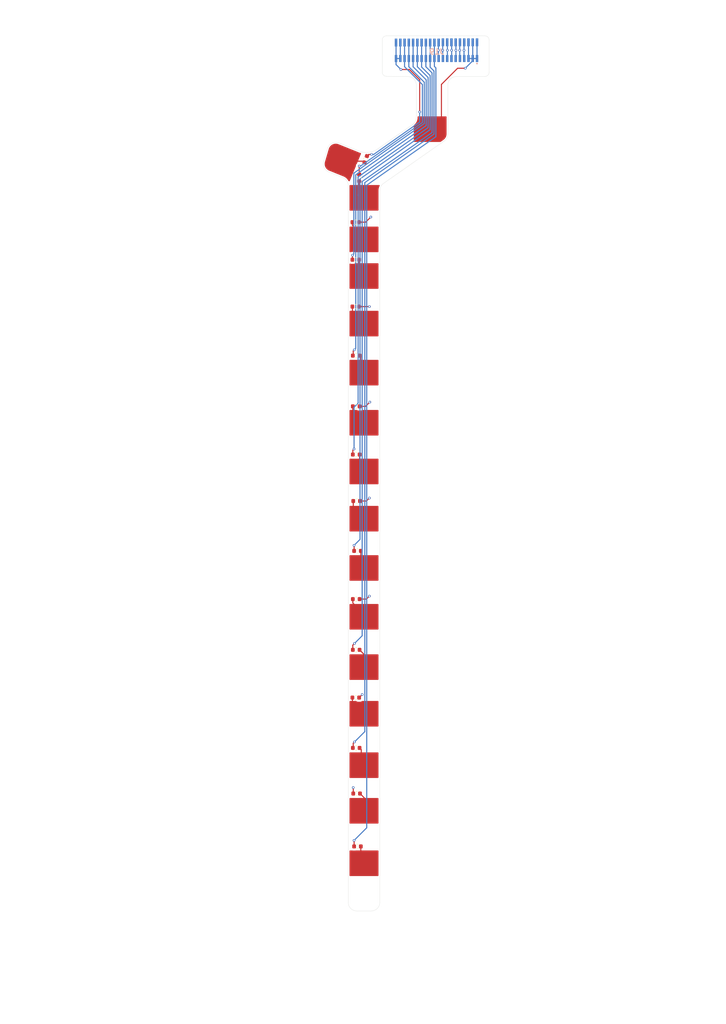
<source format=kicad_pcb>
(kicad_pcb
	(version 20240108)
	(generator "pcbnew")
	(generator_version "8.0")
	(general
		(thickness 1.6)
		(legacy_teardrops no)
	)
	(paper "A3")
	(layers
		(0 "F.Cu" signal)
		(1 "In1.Cu" signal)
		(2 "In2.Cu" signal)
		(31 "B.Cu" signal)
		(32 "B.Adhes" user "B.Adhesive")
		(33 "F.Adhes" user "F.Adhesive")
		(34 "B.Paste" user)
		(35 "F.Paste" user)
		(36 "B.SilkS" user "B.Silkscreen")
		(37 "F.SilkS" user "F.Silkscreen")
		(38 "B.Mask" user)
		(39 "F.Mask" user)
		(40 "Dwgs.User" user "User.Drawings")
		(41 "Cmts.User" user "User.Comments")
		(42 "Eco1.User" user "User.Eco1")
		(43 "Eco2.User" user "User.Eco2")
		(44 "Edge.Cuts" user)
		(45 "Margin" user)
		(46 "B.CrtYd" user "B.Courtyard")
		(47 "F.CrtYd" user "F.Courtyard")
		(48 "B.Fab" user)
		(49 "F.Fab" user)
		(50 "User.1" user)
		(51 "User.2" user)
		(52 "User.3" user)
		(53 "User.4" user)
		(54 "User.5" user)
		(55 "User.6" user)
		(56 "User.7" user)
		(57 "User.8" user)
		(58 "User.9" user)
	)
	(setup
		(stackup
			(layer "F.SilkS"
				(type "Top Silk Screen")
			)
			(layer "F.Paste"
				(type "Top Solder Paste")
			)
			(layer "F.Mask"
				(type "Top Solder Mask")
				(thickness 0.01)
			)
			(layer "F.Cu"
				(type "copper")
				(thickness 0.035)
			)
			(layer "dielectric 1"
				(type "prepreg")
				(thickness 0.1)
				(material "FR4")
				(epsilon_r 4.5)
				(loss_tangent 0.02)
			)
			(layer "In1.Cu"
				(type "copper")
				(thickness 0.035)
			)
			(layer "dielectric 2"
				(type "core")
				(thickness 1.24)
				(material "FR4")
				(epsilon_r 4.5)
				(loss_tangent 0.02)
			)
			(layer "In2.Cu"
				(type "copper")
				(thickness 0.035)
			)
			(layer "dielectric 3"
				(type "prepreg")
				(thickness 0.1)
				(material "FR4")
				(epsilon_r 4.5)
				(loss_tangent 0.02)
			)
			(layer "B.Cu"
				(type "copper")
				(thickness 0.035)
			)
			(layer "B.Mask"
				(type "Bottom Solder Mask")
				(thickness 0.01)
			)
			(layer "B.Paste"
				(type "Bottom Solder Paste")
			)
			(layer "B.SilkS"
				(type "Bottom Silk Screen")
			)
			(copper_finish "None")
			(dielectric_constraints no)
		)
		(pad_to_mask_clearance 0)
		(allow_soldermask_bridges_in_footprints no)
		(pcbplotparams
			(layerselection 0x00010fc_ffffffff)
			(plot_on_all_layers_selection 0x0000000_00000000)
			(disableapertmacros no)
			(usegerberextensions no)
			(usegerberattributes yes)
			(usegerberadvancedattributes yes)
			(creategerberjobfile no)
			(dashed_line_dash_ratio 12.000000)
			(dashed_line_gap_ratio 3.000000)
			(svgprecision 4)
			(plotframeref no)
			(viasonmask no)
			(mode 1)
			(useauxorigin yes)
			(hpglpennumber 1)
			(hpglpenspeed 20)
			(hpglpendiameter 15.000000)
			(pdf_front_fp_property_popups yes)
			(pdf_back_fp_property_popups yes)
			(dxfpolygonmode yes)
			(dxfimperialunits yes)
			(dxfusepcbnewfont yes)
			(psnegative no)
			(psa4output no)
			(plotreference no)
			(plotvalue no)
			(plotfptext no)
			(plotinvisibletext no)
			(sketchpadsonfab no)
			(subtractmaskfromsilk yes)
			(outputformat 1)
			(mirror no)
			(drillshape 0)
			(scaleselection 1)
			(outputdirectory "gerber/")
		)
	)
	(net 0 "")
	(net 1 "/V1")
	(net 2 "/V2")
	(net 3 "/V3")
	(net 4 "/V4")
	(net 5 "/V5")
	(net 6 "/V6")
	(net 7 "/V7")
	(net 8 "/V8")
	(net 9 "/V9")
	(net 10 "/V10")
	(net 11 "/V11")
	(net 12 "/V12")
	(net 13 "/V13")
	(net 14 "/V14")
	(net 15 "/V15")
	(net 16 "/V16")
	(net 17 "VBUS")
	(net 18 "GND")
	(net 19 "Net-(F12-Pad1)")
	(net 20 "Net-(F13-Pad1)")
	(net 21 "Net-(F14-Pad1)")
	(net 22 "Net-(F15-Pad1)")
	(net 23 "Net-(F4-Pad1)")
	(net 24 "Net-(F5-Pad1)")
	(net 25 "Net-(F6-Pad1)")
	(net 26 "Net-(F7-Pad1)")
	(net 27 "Net-(F8-Pad1)")
	(net 28 "Net-(F9-Pad1)")
	(net 29 "Net-(F10-Pad1)")
	(net 30 "Net-(F11-Pad1)")
	(net 31 "Net-(F1-Pad1)")
	(net 32 "Net-(F2-Pad1)")
	(net 33 "Net-(F3-Pad1)")
	(footprint "Fuse:Fuse_0603_1608Metric" (layer "F.Cu") (at 198.1 148.9 180))
	(footprint "Fuse:Fuse_0603_1608Metric" (layer "F.Cu") (at 198.3 229.9))
	(footprint "Fuse:Fuse_0603_1608Metric" (layer "F.Cu") (at 197.9 103.3 180))
	(footprint "VTSENS:Baby_ST_Bond_Pad" (layer "F.Cu") (at 199.75 198.6 90))
	(footprint "VTSENS:Baby_ST_Bond_Pad" (layer "F.Cu") (at 199.75 87.35 90))
	(footprint "VTSENS:Baby_ST_Bond_Pad" (layer "F.Cu") (at 199.75 107.1 90))
	(footprint "Fuse:Fuse_0603_1608Metric" (layer "F.Cu") (at 198.7 73.1 -90))
	(footprint "VTSENS:Baby_ST_Bond_Pad" (layer "F.Cu") (at 199.75 221.85 -90))
	(footprint "VTSENS:Baby_ST_Bond_Pad" (layer "F.Cu") (at 199.95 95.942699 90))
	(footprint "VTSENS:Baby_ST_Bond_Pad" (layer "F.Cu") (at 199.776785 210.6 90))
	(footprint "Fuse:Fuse_0603_1608Metric" (layer "F.Cu") (at 198 171.9 180))
	(footprint "Fuse:Fuse_0603_1608Metric" (layer "F.Cu") (at 198.3 160.6))
	(footprint "Fuse:Fuse_0603_1608Metric" (layer "F.Cu") (at 197.9 83.5 180))
	(footprint "VTSENS:Baby_ST_Bond_Pad" (layer "F.Cu") (at 199.776785 187.657301 90))
	(footprint "VTSENS:Baby_ST_Bond_Pad" (layer "F.Cu") (at 215.8 62 90))
	(footprint "Fuse:Fuse_0603_1608Metric" (layer "F.Cu") (at 197.9 195 180))
	(footprint "VTSENS:Baby_ST_Bond_Pad" (layer "F.Cu") (at 194.5 69.2 -22.5))
	(footprint "Fuse:Fuse_0603_1608Metric" (layer "F.Cu") (at 200.25 68.75 -110))
	(footprint "Fuse:Fuse_0603_1608Metric" (layer "F.Cu") (at 198 183.8))
	(footprint "Fuse:Fuse_0603_1608Metric" (layer "F.Cu") (at 198 206.8))
	(footprint "Fuse:Fuse_0603_1608Metric" (layer "F.Cu") (at 197.9 92.3))
	(footprint "Fuse:Fuse_0603_1608Metric" (layer "F.Cu") (at 198 138))
	(footprint "VTSENS:Baby_ST_Bond_Pad" (layer "F.Cu") (at 199.75 141.6 90))
	(footprint "VTSENS:Baby_ST_Bond_Pad" (layer "F.Cu") (at 199.75 153.1 -90))
	(footprint "VTSENS:Baby_ST_Bond_Pad" (layer "F.Cu") (at 199.75 233.6 -90))
	(footprint "VTSENS:Baby_ST_Bond_Pad" (layer "F.Cu") (at 199.75 175.85 -90))
	(footprint "Fuse:Fuse_0603_1608Metric" (layer "F.Cu") (at 198 126.7 180))
	(footprint "VTSENS:Baby_ST_Bond_Pad" (layer "F.Cu") (at 199.75 118.6 90))
	(footprint "Fuse:Fuse_0603_1608Metric" (layer "F.Cu") (at 198 114.8))
	(footprint "VTSENS:Baby_ST_Bond_Pad" (layer "F.Cu") (at 199.776785 164.407301 90))
	(footprint "VTSENS:Baby_ST_Bond_Pad" (layer "F.Cu") (at 199.75 130.6 -90))
	(footprint "Fuse:Fuse_0603_1608Metric" (layer "F.Cu") (at 198.1 217.5))
	(footprint "VTSENS:Baby_ST_Bond_Pad" (layer "F.Cu") (at 200 78.1 90))
	(footprint "FPC:526102072" (layer "B.Cu") (at 216.85 44.3 180))
	(gr_line
		(start 229.2 40.803673)
		(end 229.2 48.3)
		(stroke
			(width 0.05)
			(type default)
		)
		(layer "Edge.Cuts")
		(uuid "0c3a8ab2-7e75-42d2-b164-ad685089c946")
	)
	(gr_arc
		(start 191.280846 66.23386)
		(mid 192.32697 64.998891)
		(end 193.944481 64.942474)
		(stroke
			(width 0.05)
			(type default)
		)
		(layer "Edge.Cuts")
		(uuid "10f9bb30-f390-4bca-87cc-c309a3b49011")
	)
	(gr_line
		(start 205.1 39.800054)
		(end 228.2 39.800054)
		(stroke
			(width 0.05)
			(type default)
		)
		(layer "Edge.Cuts")
		(uuid "16b4808f-509a-4301-b9f5-d6b5aa1d61bd")
	)
	(gr_arc
		(start 203.529941 76.076143)
		(mid 203.755923 75.152653)
		(end 204.382788 74.437844)
		(stroke
			(width 0.05)
			(type default)
		)
		(layer "Edge.Cuts")
		(uuid "1a0944c0-d98a-4bcf-9c0c-f97317397c2d")
	)
	(gr_line
		(start 198.639921 66.82723)
		(end 193.944477 64.942485)
		(stroke
			(width 0.05)
			(type default)
		)
		(layer "Edge.Cuts")
		(uuid "1a3faf27-3f01-4645-a6dd-df4dbe0e6b91")
	)
	(gr_line
		(start 203.529941 76.076143)
		(end 203.529941 243.035014)
		(stroke
			(width 0.05)
			(type default)
		)
		(layer "Edge.Cuts")
		(uuid "223ae23d-fed2-44a0-ac0c-59e9220eff32")
	)
	(gr_line
		(start 212.103406 58.956943)
		(end 212.103406 51.350274)
		(stroke
			(width 0.05)
			(type default)
		)
		(layer "Edge.Cuts")
		(uuid "225b2130-0a0c-4014-9028-17bac7829ad9")
	)
	(gr_arc
		(start 203.0802 66.316193)
		(mid 200.9248 67.134215)
		(end 198.639921 66.82723)
		(stroke
			(width 0.05)
			(type default)
		)
		(layer "Edge.Cuts")
		(uuid "22cbaac1-8499-4598-bb83-d24087f11cd3")
	)
	(gr_line
		(start 218.650559 64.447444)
		(end 204.382788 74.437844)
		(stroke
			(width 0.05)
			(type default)
		)
		(layer "Edge.Cuts")
		(uuid "35271b94-7235-4f02-b81a-99ade4f90566")
	)
	(gr_arc
		(start 205.107084 49.292902)
		(mid 204.4 49)
		(end 204.107111 48.292902)
		(stroke
			(width 0.05)
			(type default)
		)
		(layer "Edge.Cuts")
		(uuid "48b97b31-a070-473d-bbd4-38646e865acf")
	)
	(gr_arc
		(start 228.192855 39.801765)
		(mid 228.905702 40.098128)
		(end 229.198272 40.812541)
		(stroke
			(width 0.05)
			(type default)
		)
		(layer "Edge.Cuts")
		(uuid "505fa6dc-19bc-4da9-bb9d-917add817e2f")
	)
	(gr_line
		(start 204.107111 48.292902)
		(end 204.107176 40.800054)
		(stroke
			(width 0.05)
			(type default)
		)
		(layer "Edge.Cuts")
		(uuid "518d22fd-8d55-459e-a696-b21469a40ae0")
	)
	(gr_arc
		(start 229.200625 48.299993)
		(mid 228.892062 49.043394)
		(end 228.14782 49.349925)
		(stroke
			(width 0.05)
			(type default)
		)
		(layer "Edge.Cuts")
		(uuid "70907e19-7e8f-47a9-8543-f2ee9730fb06")
	)
	(gr_arc
		(start 212.103406 58.956943)
		(mid 211.87743 59.880443)
		(end 211.250559 60.595248)
		(stroke
			(width 0.05)
			(type default)
		)
		(layer "Edge.Cuts")
		(uuid "74d998d2-5d53-48e6-a766-531d71c1368c")
	)
	(gr_arc
		(start 219.503406 51.350274)
		(mid 220.089183 49.93605)
		(end 221.503406 49.350274)
		(stroke
			(width 0.05)
			(type default)
		)
		(layer "Edge.Cuts")
		(uuid "76bebf18-bf11-41ec-bd6b-1fbb3c660362")
	)
	(gr_arc
		(start 191.556678 71.70489)
		(mid 190.502041 70.721335)
		(end 190.383069 69.284155)
		(stroke
			(width 0.05)
			(type default)
		)
		(layer "Edge.Cuts")
		(uuid "8b2382ee-ef13-4846-9616-ff815fe4fde4")
	)
	(gr_line
		(start 190.383069 69.284155)
		(end 191.280846 66.23386)
		(stroke
			(width 0.05)
			(type default)
		)
		(layer "Edge.Cuts")
		(uuid "967219e8-c239-4be8-a9f8-460a8f35cb30")
	)
	(gr_arc
		(start 219.503406 62.809143)
		(mid 219.277423 63.732632)
		(end 218.650559 64.447444)
		(stroke
			(width 0.05)
			(type default)
		)
		(layer "Edge.Cuts")
		(uuid "a2689f82-1c28-4c33-acca-2016fcb18d11")
	)
	(gr_line
		(start 219.503406 51.350274)
		(end 219.503406 62.809143)
		(stroke
			(width 0.05)
			(type default)
		)
		(layer "Edge.Cuts")
		(uuid "a4def3db-73ee-456f-9051-0bacb1fb8633")
	)
	(gr_line
		(start 210.103406 49.350274)
		(end 205.107084 49.292902)
		(stroke
			(width 0.05)
			(type default)
		)
		(layer "Edge.Cuts")
		(uuid "a65305af-8693-4271-8ce8-a484020c652f")
	)
	(gr_arc
		(start 203.529941 243.035014)
		(mid 202.944163 244.449233)
		(end 201.529941 245.035014)
		(stroke
			(width 0.05)
			(type default)
		)
		(layer "Edge.Cuts")
		(uuid "ab997026-521e-488c-9464-752b8e6cfc9e")
	)
	(gr_arc
		(start 204.107176 40.800054)
		(mid 204.397513 40.095458)
		(end 205.1 39.800054)
		(stroke
			(width 0.05)
			(type default)
		)
		(layer "Edge.Cuts")
		(uuid "b117e708-a685-44cf-95aa-5b20bae40410")
	)
	(gr_line
		(start 196.129941 243.035014)
		(end 196.129941 74.892876)
		(stroke
			(width 0.05)
			(type default)
		)
		(layer "Edge.Cuts")
		(uuid "bba9b52d-7d8b-4d2c-9928-143bb3bf5245")
	)
	(gr_line
		(start 194.874948 73.036814)
		(end 191.556678 71.70489)
		(stroke
			(width 0.05)
			(type default)
		)
		(layer "Edge.Cuts")
		(uuid "bc5095cd-ed6b-457e-a3ac-dc0b731f7ded")
	)
	(gr_line
		(start 201.529941 245.035014)
		(end 198.129941 245.035014)
		(stroke
			(width 0.05)
			(type default)
		)
		(layer "Edge.Cuts")
		(uuid "c3e75e2c-65d4-4506-b806-ebaeafaf6c7b")
	)
	(gr_line
		(start 203.0802 66.316193)
		(end 211.250559 60.595248)
		(stroke
			(width 0.05)
			(type default)
		)
		(layer "Edge.Cuts")
		(uuid "c45156c5-6320-4ba9-a81c-c33aeca85dab")
	)
	(gr_arc
		(start 210.103406 49.350274)
		(mid 211.517591 49.936072)
		(end 212.103406 51.350274)
		(stroke
			(width 0.05)
			(type default)
		)
		(layer "Edge.Cuts")
		(uuid "cc5c8947-a412-407a-8c8f-4f2108becc4c")
	)
	(gr_arc
		(start 198.129941 245.035014)
		(mid 196.715762 244.449212)
		(end 196.129941 243.035014)
		(stroke
			(width 0.05)
			(type default)
		)
		(layer "Edge.Cuts")
		(uuid "e1c1652e-91a1-47a9-a4e1-2228355719af")
	)
	(gr_line
		(start 221.49782 49.349925)
		(end 228.14782 49.349925)
		(stroke
			(width 0.05)
			(type default)
		)
		(layer "Edge.Cuts")
		(uuid "ea7611bf-e12f-4739-8b5c-83b090bcc95f")
	)
	(gr_arc
		(start 194.87495 73.036808)
		(mid 195.786756 73.772604)
		(end 196.129941 74.892876)
		(stroke
			(width 0.05)
			(type default)
		)
		(layer "Edge.Cuts")
		(uuid "f5ce9bba-46c6-4549-a5ce-3f68383457b0")
	)
	(gr_curve
		(pts
			(xy 252.531409 236.420838) (xy 252.531684 236.420257) (xy 252.531958 236.419677) (xy 252.532348 236.418325)
		)
		(locked yes)
		(stroke
			(width 0.1)
			(type default)
		)
		(layer "User.2")
		(uuid "00009bff-2b67-4a9f-9429-a1ab792ce7ca")
	)
	(gr_curve
		(pts
			(xy 264.23124 107.926942) (xy 264.244176 107.919503) (xy 264.26491 107.90758) (xy 264.26491 107.90758)
		)
		(locked yes)
		(stroke
			(width 0.1)
			(type default)
		)
		(layer "User.2")
		(uuid "00019bae-e99a-40e3-83f7-926cd4924a0e")
	)
	(gr_line
		(start 246.099016 98.956728)
		(end 246.111058 99.0096)
		(locked yes)
		(stroke
			(width 0.1)
			(type default)
		)
		(layer "User.2")
		(uuid "0003e7b8-c2f7-4379-a378-3535ed705648")
	)
	(gr_curve
		(pts
			(xy 186.039369 110.618633) (xy 186.048583 110.624369) (xy 186.058502 110.628522) (xy 186.068569 110.630858)
		)
		(locked yes)
		(stroke
			(width 0.1)
			(type default)
		)
		(layer "User.2")
		(uuid "00047705-ff1a-479b-8b9a-150e55dd1d89")
	)
	(gr_line
		(start 148.927855 169.780551)
		(end 148.927856 169.780552)
		(locked yes)
		(stroke
			(width 0.1)
			(type default)
		)
		(layer "User.2")
		(uuid "000641b3-3751-454e-be0d-e664fa02e4d5")
	)
	(gr_line
		(start 272.461592 201.93287)
		(end 272.551793 201.985153)
		(locked yes)
		(stroke
			(width 0.1)
			(type default)
		)
		(layer "User.2")
		(uuid "000766f6-9531-4c40-8358-87e8ea4ae622")
	)
	(gr_curve
		(pts
			(xy 166.380842 91.789329) (xy 166.397173 91.83418) (xy 166.437417 91.870326) (xy 166.491845 91.885655)
		)
		(locked yes)
		(stroke
			(width 0.1)
			(type default)
		)
		(layer "User.2")
		(uuid "00077717-591f-4dd1-9759-cac2b89a8fd5")
	)
	(gr_curve
		(pts
			(xy 147.067673 79.763351) (xy 147.060454 79.724734) (xy 147.05213 79.683419) (xy 147.042616 79.639016)
		)
		(locked yes)
		(stroke
			(width 0.1)
			(type default)
		)
		(layer "User.2")
		(uuid "00092ce9-59f9-4671-83b5-87e828cb2ded")
	)
	(gr_curve
		(pts
			(xy 195.113094 107.916891) (xy 195.104087 107.912809) (xy 195.09508 107.908726) (xy 195.084443 107.903915)
		)
		(locked yes)
		(stroke
			(width 0.1)
			(type default)
		)
		(layer "User.2")
		(uuid "000ce51e-9afd-4470-8a3b-3388eed75118")
	)
	(gr_curve
		(pts
			(xy 172.132564 140.915226) (xy 172.112779 140.871696) (xy 172.092488 140.824597) (xy 172.072753 140.776294)
		)
		(locked yes)
		(stroke
			(width 0.1)
			(type default)
		)
		(layer "User.2")
		(uuid "000daad1-354b-4a01-81ec-4050b799c77d")
	)
	(gr_line
		(start 166.899867 98.824783)
		(end 166.899778 98.824569)
		(locked yes)
		(stroke
			(width 0.1)
			(type default)
		)
		(layer "User.2")
		(uuid "001073e5-de51-46b3-9767-0d47ec2bbeae")
	)
	(gr_curve
		(pts
			(xy 188.533138 124.103335) (xy 188.5294 124.112468) (xy 188.52748 124.122148) (xy 188.527484 124.13183)
		)
		(locked yes)
		(stroke
			(width 0.1)
			(type default)
		)
		(layer "User.2")
		(uuid "0010a4c4-862d-42a8-adab-558e1209c8c4")
	)
	(gr_curve
		(pts
			(xy 234.421956 107.843007) (xy 234.438621 107.829452) (xy 234.455227 107.815739) (xy 234.470819 107.801661)
		)
		(locked yes)
		(stroke
			(width 0.1)
			(type default)
		)
		(layer "User.2")
		(uuid "001115d4-3e9c-4bf3-95c1-756a7dfbcc98")
	)
	(gr_curve
		(pts
			(xy 132.108097 67.2425) (xy 132.10936 67.230863) (xy 132.110523 67.219881) (xy 132.111581 67.209626)
		)
		(locked yes)
		(stroke
			(width 0.1)
			(type default)
		)
		(layer "User.2")
		(uuid "00112601-d4f1-4ed7-923b-680ab7214d21")
	)
	(gr_curve
		(pts
			(xy 163.484948 148.650409) (xy 163.899419 149.789159) (xy 163.899419 149.789159) (xy 163.899419 149.789159)
		)
		(locked yes)
		(stroke
			(width 0.1)
			(type default)
		)
		(layer "User.2")
		(uuid "0011bb6b-13fb-4362-adb4-90a55ab0a909")
	)
	(gr_curve
		(pts
			(xy 145.531664 165.209673) (xy 145.592572 165.377016) (xy 145.65348 165.544359) (xy 145.714387 165.711702)
		)
		(locked yes)
		(stroke
			(width 0.1)
			(type default)
		)
		(layer "User.2")
		(uuid "00121ed2-7c9d-4fc0-9cbb-42b0f6e4d54c")
	)
	(gr_curve
		(pts
			(xy 173.652756 98.862929) (xy 173.642607 98.860792) (xy 173.632125 98.860248) (xy 173.62181 98.861322)
		)
		(locked yes)
		(stroke
			(width 0.1)
			(type default)
		)
		(layer "User.2")
		(uuid "0012b10f-6d36-4aed-a691-02d1701c9f73")
	)
	(gr_curve
		(pts
			(xy 193.229714 201.937092) (xy 193.230915 201.931682) (xy 193.232245 201.925851) (xy 193.233576 201.920021)
		)
		(locked yes)
		(stroke
			(width 0.1)
			(type default)
		)
		(layer "User.2")
		(uuid "00176287-7a4e-4177-9d80-8adb91d4a8b9")
	)
	(gr_curve
		(pts
			(xy 246.006998 121.796697) (xy 246.016005 121.777599) (xy 246.024522 121.757649) (xy 246.033037 121.737695)
		)
		(locked yes)
		(stroke
			(width 0.1)
			(type default)
		)
		(layer "User.2")
		(uuid "00198822-4a01-47ed-b58c-167091eb6658")
	)
	(gr_curve
		(pts
			(xy 168.676323 181.264237) (xy 168.675886 181.342897) (xy 168.67545 181.421557) (xy 168.674993 181.500359)
		)
		(locked yes)
		(stroke
			(width 0.1)
			(type default)
		)
		(layer "User.2")
		(uuid "001b8e2b-c086-4d49-bd88-4ea980998d7f")
	)
	(gr_curve
		(pts
			(xy 208.33355 90.429797) (xy 208.327098 90.438537) (xy 208.319102 90.446309) (xy 208.310174 90.452518)
		)
		(locked yes)
		(stroke
			(width 0.1)
			(type default)
		)
		(layer "User.2")
		(uuid "001d20e6-19a7-4592-8b6b-dc795dfbd635")
	)
	(gr_curve
		(pts
			(xy 184.647685 85.141502) (xy 184.641618 85.149285) (xy 184.636931 85.15837) (xy 184.633887 85.168245)
		)
		(locked yes)
		(stroke
			(width 0.1)
			(type default)
		)
		(layer "User.2")
		(uuid "001d2de4-4380-44d1-8b79-6078c9ca10b2")
	)
	(gr_curve
		(pts
			(xy 128.979548 204.589908) (xy 128.97268 204.597396) (xy 128.967282 204.605855) (xy 128.963649 204.614823)
		)
		(locked yes)
		(stroke
			(width 0.1)
			(type default)
		)
		(layer "User.2")
		(uuid "001db3bf-6415-47a9-9a90-221944a55c89")
	)
	(gr_circle
		(center 199.829889 56.700274)
		(end 202.979889 56.700274)
		(locked yes)
		(stroke
			(width 0.1)
			(type default)
		)
		(fill none)
		(layer "User.2")
		(uuid "001dcb3f-ef2b-4990-8509-75bcb2ed1932")
	)
	(gr_line
		(start 144.692349 176.897313)
		(end 144.584631 176.959259)
		(locked yes)
		(stroke
			(width 0.1)
			(type default)
		)
		(layer "User.2")
		(uuid "001e69ad-2616-4114-be7f-556f50773681")
	)
	(gr_curve
		(pts
			(xy 133.988723 70.906102) (xy 134.022681 70.877608) (xy 134.059217 70.846951) (xy 134.097414 70.8149)
		)
		(locked yes)
		(stroke
			(width 0.1)
			(type default)
		)
		(layer "User.2")
		(uuid "001f3030-a910-47e2-8664-dbaef9a1328a")
	)
	(gr_curve
		(pts
			(xy 191.453259 170.522665) (xy 191.450065 170.512736) (xy 191.448437 170.502305) (xy 191.448455 170.491875)
		)
		(locked yes)
		(stroke
			(width 0.1)
			(type default)
		)
		(layer "User.2")
		(uuid "001ff002-97c2-4106-847e-92e9b8a6e0b3")
	)
	(gr_curve
		(pts
			(xy 228.165453 147.251738) (xy 228.165015 147.327229) (xy 228.164559 147.402851) (xy 228.164103 147.478474)
		)
		(locked yes)
		(stroke
			(width 0.1)
			(type default)
		)
		(layer "User.2")
		(uuid "0021e2c9-bfec-4549-bad1-f3a8620e2420")
	)
	(gr_curve
		(pts
			(xy 231.146097 124.869339) (xy 231.126715 124.872805) (xy 231.106836 124.878137) (xy 231.086755 124.88455)
		)
		(locked yes)
		(stroke
			(width 0.1)
			(type default)
		)
		(layer "User.2")
		(uuid "00234422-ab28-4639-ba6d-133e51f8c022")
	)
	(gr_curve
		(pts
			(xy 211.081807 204.699432) (xy 211.081609 204.623809) (xy 211.081411 204.548186) (xy 211.081231 204.472693)
		)
		(locked yes)
		(stroke
			(width 0.1)
			(type default)
		)
		(layer "User.2")
		(uuid "00239c1a-f5f7-4a3b-80c2-554212ee4105")
	)
	(gr_line
		(start 252.531352 236.420889)
		(end 252.531409 236.420838)
		(locked yes)
		(stroke
			(width 0.1)
			(type default)
		)
		(layer "User.2")
		(uuid "00241cba-0713-418c-89ee-b344b8b57188")
	)
	(gr_curve
		(pts
			(xy 273.962735 222.351882) (xy 273.958484 222.342375) (xy 273.955723 222.332209) (xy 273.954582 222.321871)
		)
		(locked yes)
		(stroke
			(width 0.1)
			(type default)
		)
		(layer "User.2")
		(uuid "0027423e-7fa2-4330-9695-6e74fc5f17d6")
	)
	(gr_curve
		(pts
			(xy 191.310448 238.582943) (xy 191.303418 238.575369) (xy 191.294884 238.568827) (xy 191.285326 238.563683)
		)
		(locked yes)
		(stroke
			(width 0.1)
			(type default)
		)
		(layer "User.2")
		(uuid "002a9036-1f17-480b-9dd5-6b2035689de1")
	)
	(gr_curve
		(pts
			(xy 125.397557 128.444366) (xy 125.251483 128.043031) (xy 125.105409 127.641696) (xy 124.959335 127.240361)
		)
		(locked yes)
		(stroke
			(width 0.1)
			(type default)
		)
		(layer "User.2")
		(uuid "002c6d28-a550-40b6-9a3e-f577febc5898")
	)
	(gr_curve
		(pts
			(xy 128.919107 227.542698) (xy 128.91937 227.388218) (xy 128.919633 227.234133) (xy 128.919895 227.080352)
		)
		(locked yes)
		(stroke
			(width 0.1)
			(type default)
		)
		(layer "User.2")
		(uuid "002c8522-975c-4fa8-aff7-05d7aae33a51")
	)
	(gr_curve
		(pts
			(xy 250.932847 113.401785) (xy 250.926752 113.393321) (xy 250.921993 113.383897) (xy 250.918799 113.373968)
		)
		(locked yes)
		(stroke
			(width 0.1)
			(type default)
		)
		(layer "User.2")
		(uuid "002d29ee-0dd2-4602-a730-c39d8371ec02")
	)
	(gr_curve
		(pts
			(xy 148.605111 103.491996) (xy 148.52921 103.283462) (xy 148.45331 103.074928) (xy 148.37741 102.866395)
		)
		(locked yes)
		(stroke
			(width 0.1)
			(type default)
		)
		(layer "User.2")
		(uuid "002d88e7-2ea7-4e7c-923e-b9ee16a864e0")
	)
	(gr_curve
		(pts
			(xy 186.053045 171.039083) (xy 185.996862 171.024389) (xy 185.95661 170.988231) (xy 185.940284 170.943365)
		)
		(locked yes)
		(stroke
			(width 0.1)
			(type default)
		)
		(layer "User.2")
		(uuid "002f5722-df39-48ba-8448-fb9eb9a0dce3")
	)
	(gr_curve
		(pts
			(xy 173.520286 190.399436) (xy 173.52635 190.388973) (xy 173.532913 190.377651) (xy 173.539477 190.366326)
		)
		(locked yes)
		(stroke
			(width 0.1)
			(type default)
		)
		(layer "User.2")
		(uuid "002fcb64-09d2-460a-aac2-b6f09a8020d8")
	)
	(gr_circle
		(center 249.409843 118.050274)
		(end 259.909843 118.050274)
		(locked yes)
		(stroke
			(width 0.1)
			(type default)
		)
		(fill none)
		(layer "User.2")
		(uuid "00369d7f-0bd1-48fa-b358-c4e862161357")
	)
	(gr_line
		(start 224.798757 84.806444)
		(end 224.798773 84.80652)
		(locked yes)
		(stroke
			(width 0.1)
			(type default)
		)
		(layer "User.2")
		(uuid "00379668-1d43-4c72-bf1c-692c9375564c")
	)
	(gr_curve
		(pts
			(xy 168.711845 161.757944) (xy 168.75498 161.742244) (xy 168.778899 161.733538) (xy 168.778905 161.733536)
		)
		(locked yes)
		(stroke
			(width 0.1)
			(type default)
		)
		(layer "User.2")
		(uuid "003b2a46-32ec-47ed-ac1b-10ba68005289")
	)
	(gr_curve
		(pts
			(xy 148.544783 81.383831) (xy 148.546245 81.383504) (xy 148.572269 81.376518) (xy 148.617578 81.364281)
		)
		(locked yes)
		(stroke
			(width 0.1)
			(type default)
		)
		(layer "User.2")
		(uuid "003b614f-72b6-4358-a416-b7778f8b13e2")
	)
	(gr_curve
		(pts
			(xy 225.970693 202.059923) (xy 225.836778 202.136935) (xy 225.703205 202.21375) (xy 225.569895 202.290414)
		)
		(locked yes)
		(stroke
			(width 0.1)
			(type default)
		)
		(layer "User.2")
		(uuid "003dc29d-f15f-49cc-adb5-a124c4661299")
	)
	(gr_curve
		(pts
			(xy 247.820255 226.970472) (xy 247.819059 226.993217) (xy 247.817937 227.015953) (xy 247.816708 227.037962)
		)
		(locked yes)
		(stroke
			(width 0.1)
			(type default)
		)
		(layer "User.2")
		(uuid "00402e2c-3a67-40bb-bfad-8c798adef18b")
	)
	(gr_curve
		(pts
			(xy 274.188842 84.922071) (xy 274.187702 84.911733) (xy 274.188183 84.901227) (xy 274.190259 84.891061)
		)
		(locked yes)
		(stroke
			(width 0.1)
			(type default)
		)
		(layer "User.2")
		(uuid "0040a87e-309a-4000-b684-9516b084b86b")
	)
	(gr_curve
		(pts
			(xy 194.949914 107.687005) (xy 194.948774 107.676668) (xy 194.949254 107.666162) (xy 194.95133 107.655995)
		)
		(locked yes)
		(stroke
			(width 0.1)
			(type default)
		)
		(layer "User.2")
		(uuid "00426dde-375d-43b8-99d8-a6ea389d29e6")
	)
	(gr_curve
		(pts
			(xy 124.907386 211.037391) (xy 124.980898 210.995116) (xy 125.022968 210.970923) (xy 125.022968 210.970923)
		)
		(locked yes)
		(stroke
			(width 0.1)
			(type default)
		)
		(layer "User.2")
		(uuid "004366d3-482e-4d89-9c1a-22c90f92d353")
	)
	(gr_curve
		(pts
			(xy 215.327722 73.743794) (xy 215.321682 73.73599) (xy 215.314259 73.729487) (xy 215.305872 73.72465)
		)
		(locked yes)
		(stroke
			(width 0.1)
			(type default)
		)
		(layer "User.2")
		(uuid "00454525-b814-4168-8785-de358557c22d")
	)
	(gr_curve
		(pts
			(xy 165.283307 141.968633) (xy 165.286429 141.971466) (xy 165.289912 141.974619) (xy 165.293645 141.978041)
		)
		(locked yes)
		(stroke
			(width 0.1)
			(type default)
		)
		(layer "User.2")
		(uuid "0047721b-f0d6-4a5f-8d5c-e867ef861306")
	)
	(gr_line
		(start 208.050412 227.865093)
		(end 208.050278 227.865166)
		(locked yes)
		(stroke
			(width 0.1)
			(type default)
		)
		(layer "User.2")
		(uuid "00492e51-1e68-4b4e-b28c-ba102b77c1f4")
	)
	(gr_curve
		(pts
			(xy 267.550729 216.480913) (xy 267.550721 216.480922) (xy 267.550714 216.480932) (xy 267.550707 216.480942)
		)
		(locked yes)
		(stroke
			(width 0.1)
			(type default)
		)
		(layer "User.2")
		(uuid "004c1ffa-0644-483a-ad9f-9bd4a94507b9")
	)
	(gr_curve
		(pts
			(xy 151.906551 147.583258) (xy 151.912638 147.591654) (xy 151.920042 147.599094) (xy 151.928408 147.605222)
		)
		(locked yes)
		(stroke
			(width 0.1)
			(type default)
		)
		(layer "User.2")
		(uuid "004dffca-f117-4506-8ed1-16ac4821a982")
	)
	(gr_curve
		(pts
			(xy 188.566753 101.100092) (xy 188.566778 101.085393) (xy 188.566804 101.070347) (xy 188.566804 101.070347)
		)
		(locked yes)
		(stroke
			(width 0.1)
			(type default)
		)
		(layer "User.2")
		(uuid "00511cc0-12b1-49ac-9f93-6d99efa60355")
	)
	(gr_arc
		(start 247.859299 204.070507)
		(mid 249.259586 203.903758)
		(end 250.659294 204.07528)
		(locked yes)
		(stroke
			(width 0.1)
			(type default)
		)
		(layer "User.2")
		(uuid "005267c0-4a1e-4c95-9e7a-323f6146a4a9")
	)
	(gr_curve
		(pts
			(xy 214.414308 210.859045) (xy 214.430973 210.84549) (xy 214.447579 210.831777) (xy 214.463171 210.817699)
		)
		(locked yes)
		(stroke
			(width 0.1)
			(type default)
		)
		(layer "User.2")
		(uuid "0053cda4-9b69-4402-a5c9-188eae272d5b")
	)
	(gr_curve
		(pts
			(xy 208.202577 181.849888) (xy 208.198944 181.858856) (xy 208.197078 181.868331) (xy 208.19708 181.877796)
		)
		(locked yes)
		(stroke
			(width 0.1)
			(type default)
		)
		(layer "User.2")
		(uuid "00557eac-7951-484f-bf1c-85b295c243ca")
	)
	(gr_curve
		(pts
			(xy 204.940662 96.283553) (xy 204.944889 96.274083) (xy 204.94763 96.263951) (xy 204.948755 96.253642)
		)
		(locked yes)
		(stroke
			(width 0.1)
			(type default)
		)
		(layer "User.2")
		(uuid "00569870-3a96-4d05-ae47-f709fcb427bc")
	)
	(gr_line
		(start 214.550618 210.800379)
		(end 214.550362 210.80057)
		(locked yes)
		(stroke
			(width 0.1)
			(type default)
		)
		(layer "User.2")
		(uuid "00574acb-c5ac-4aff-a025-22afc93f111e")
	)
	(gr_line
		(start 253.741825 83.700274)
		(end 284.741825 83.700274)
		(locked yes)
		(stroke
			(width 0.1)
			(type default)
		)
		(layer "User.2")
		(uuid "0057c207-d1f0-477e-8f93-9f28d49dcedc")
	)
	(gr_line
		(start 205.801955 99.180702)
		(end 205.801956 99.180702)
		(locked yes)
		(stroke
			(width 0.1)
			(type default)
		)
		(layer "User.2")
		(uuid "0058b1e3-db7b-48b6-a5d8-a59de9dcfbe6")
	)
	(gr_curve
		(pts
			(xy 172.13269 118.015551) (xy 172.112876 117.971964) (xy 172.092559 117.92481) (xy 172.072801 117.876453)
		)
		(locked yes)
		(stroke
			(width 0.1)
			(type default)
		)
		(layer "User.2")
		(uuid "005b8b33-ba7a-41ab-8739-c37045f55f81")
	)
	(gr_curve
		(pts
			(xy 253.321524 190.954377) (xy 253.248157 190.911852) (xy 253.20617 190.887515) (xy 253.20617 190.887515)
		)
		(locked yes)
		(stroke
			(width 0.1)
			(type default)
		)
		(layer "User.2")
		(uuid "005d573a-2c30-49ec-8b40-888669460f97")
	)
	(gr_line
		(start 184.917053 222.245248)
		(end 184.917051 222.245245)
		(locked yes)
		(stroke
			(width 0.1)
			(type default)
		)
		(layer "User.2")
		(uuid "005fd8b8-d910-4702-b3d7-7d1bfad7727a")
	)
	(gr_curve
		(pts
			(xy 213.253175 190.517903) (xy 213.262621 190.524815) (xy 213.271551 190.531313) (xy 213.279903 190.537357)
		)
		(locked yes)
		(stroke
			(width 0.1)
			(type default)
		)
		(layer "User.2")
		(uuid "00648426-eb84-45b2-b71d-23f9473f1609")
	)
	(gr_line
		(start 168.776755 135.111309)
		(end 168.776544 135.235575)
		(locked yes)
		(stroke
			(width 0.1)
			(type default)
		)
		(layer "User.2")
		(uuid "0064884d-ebb0-4084-b7e9-4e4064ef2842")
	)
	(gr_curve
		(pts
			(xy 122.21501 147.944811) (xy 122.229764 147.985345) (xy 122.24553 148.028661) (xy 122.261944 148.073758)
		)
		(locked yes)
		(stroke
			(width 0.1)
			(type default)
		)
		(layer "User.2")
		(uuid "0064cd93-de48-466b-8306-acca51ecb7ab")
	)
	(gr_curve
		(pts
			(xy 193.185479 224.860783) (xy 193.186129 224.857907) (xy 193.18687 224.854512) (xy 193.187692 224.850716)
		)
		(locked yes)
		(stroke
			(width 0.1)
			(type default)
		)
		(layer "User.2")
		(uuid "006864ac-7907-4ea9-9af8-e359fa3cc453")
	)
	(gr_line
		(start 141.616755 62.179118)
		(end 142.116755 61.759556)
		(locked yes)
		(stroke
			(width 0.1)
			(type default)
		)
		(layer "User.2")
		(uuid "00698232-5fb3-4c10-b56f-2ada8caf608e")
	)
	(gr_arc
		(start 225.5363 156.464432)
		(mid 224.6703 155.322376)
		(end 224.118758 153.99948)
		(locked yes)
		(stroke
			(width 0.1)
			(type default)
		)
		(layer "User.2")
		(uuid "006a7ee2-6ac7-415a-be38-113601beb1c9")
	)
	(gr_curve
		(pts
			(xy 144.609829 162.676951) (xy 144.609835 162.676949) (xy 144.633754 162.668243) (xy 144.676889 162.652543)
		)
		(locked yes)
		(stroke
			(width 0.1)
			(type default)
		)
		(layer "User.2")
		(uuid "006e988a-bda2-430d-8afb-8b40213bbabe")
	)
	(gr_curve
		(pts
			(xy 204.339982 142.406054) (xy 204.473293 142.32939) (xy 204.606865 142.252576) (xy 204.74078 142.175564)
		)
		(locked yes)
		(stroke
			(width 0.1)
			(type default)
		)
		(layer "User.2")
		(uuid "006f1979-fe5b-41a6-ae6c-0c2fed931ea3")
	)
	(gr_curve
		(pts
			(xy 267.539098 239.337988) (xy 267.544082 239.345112) (xy 267.551352 239.354026) (xy 267.560384 239.364176)
		)
		(locked yes)
		(stroke
			(width 0.1)
			(type default)
		)
		(layer "User.2")
		(uuid "006fabc8-d18b-4676-b07d-ecfbf5238b06")
	)
	(gr_arc
		(start 234.17328 53.665466)
		(mid 234.905578 52.711749)
		(end 236.052393 52.350295)
		(locked yes)
		(stroke
			(width 0.1)
			(type default)
		)
		(layer "User.2")
		(uuid "0071d826-1f0e-464c-8d5d-356452f15e5c")
	)
	(gr_line
		(start 206.316753 144.729955)
		(end 206.402124 144.723274)
		(locked yes)
		(stroke
			(width 0.1)
			(type default)
		)
		(layer "User.2")
		(uuid "0071e877-0439-4e85-8aea-148e9ba21c96")
	)
	(gr_curve
		(pts
			(xy 194.866467 245.227558) (xy 194.860517 245.219928) (xy 194.853245 245.213574) (xy 194.845047 245.208843)
		)
		(locked yes)
		(stroke
			(width 0.1)
			(type default)
		)
		(layer "User.2")
		(uuid "0071ebb2-d707-462f-bed6-f3c6d67c9b7c")
	)
	(gr_curve
		(pts
			(xy 264.117952 153.771702) (xy 264.114868 153.781384) (xy 264.113359 153.791855) (xy 264.113507 153.802543)
		)
		(locked yes)
		(stroke
			(width 0.1)
			(type default)
		)
		(layer "User.2")
		(uuid "00730f46-4feb-47bf-a18b-6cc13cb38d91")
	)
	(gr_line
		(start 189.157113 153.369504)
		(end 189.244877 153.610633)
		(locked yes)
		(stroke
			(width 0.1)
			(type default)
		)
		(layer "User.2")
		(uuid "0073abbc-5df5-4f28-a8a2-bf4991fc6a7e")
	)
	(gr_curve
		(pts
			(xy 254.950091 188.502124) (xy 254.956159 188.491649) (xy 254.961728 188.482043) (xy 254.966374 188.474034)
		)
		(locked yes)
		(stroke
			(width 0.1)
			(type default)
		)
		(layer "User.2")
		(uuid "0074b6cf-8bc2-44ad-a867-a170317101b1")
	)
	(gr_arc
		(start 228.032744 238.386753)
		(mid 229.43303 238.220022)
		(end 230.83274 238.391527)
		(locked yes)
		(stroke
			(width 0.1)
			(type default)
		)
		(layer "User.2")
		(uuid "0075acdf-ad5e-4782-81eb-0ca9665b41a2")
	)
	(gr_curve
		(pts
			(xy 144.890515 121.160159) (xy 144.953452 121.333076) (xy 145.016389 121.505993) (xy 145.079326 121.67891)
		)
		(locked yes)
		(stroke
			(width 0.1)
			(type default)
		)
		(layer "User.2")
		(uuid "00763c2a-4bec-427f-9f0f-c803a1d4bde3")
	)
	(gr_curve
		(pts
			(xy 127.013268 88.545399) (xy 127.160882 88.950964) (xy 127.308496 89.356529) (xy 127.456109 89.762095)
		)
		(locked yes)
		(stroke
			(width 0.1)
			(type default)
		)
		(layer "User.2")
		(uuid "007c79bd-3158-4a63-a548-ba65ec4df34b")
	)
	(gr_arc
		(start 214.805783 118.124142)
		(mid 214.77879 118.634522)
		(end 214.69984 119.139482)
		(locked yes)
		(stroke
			(width 0.1)
			(type default)
		)
		(layer "User.2")
		(uuid "00826d6d-b6f1-4034-86cf-f124020f3ce4")
	)
	(gr_arc
		(start 149.463742 238.352633)
		(mid 150.565462 238.311848)
		(end 151.654208 238.485301)
		(locked yes)
		(stroke
			(width 0.1)
			(type default)
		)
		(layer "User.2")
		(uuid "008513f9-4611-4824-a116-ec235d00ad38")
	)
	(gr_curve
		(pts
			(xy 272.684298 110.477695) (xy 272.687908 110.485568) (xy 272.691132 110.490654) (xy 272.69404 110.492767)
		)
		(locked yes)
		(stroke
			(width 0.1)
			(type default)
		)
		(layer "User.2")
		(uuid "0086ab2b-37d3-4614-aaa0-04253d1d55b8")
	)
	(gr_line
		(start 127.037993 236.034981)
		(end 127.037992 236.034981)
		(locked yes)
		(stroke
			(width 0.1)
			(type default)
		)
		(layer "User.2")
		(uuid "0087fc8b-43d6-499e-8a5d-534f837a33dd")
	)
	(gr_curve
		(pts
			(xy 225.884933 224.88949) (xy 225.900874 224.877914) (xy 225.918074 224.865297) (xy 225.936105 224.85205)
		)
		(locked yes)
		(stroke
			(width 0.1)
			(type default)
		)
		(layer "User.2")
		(uuid "008a327e-67e8-4d68-bcee-3e3ee13ddcdc")
	)
	(gr_curve
		(pts
			(xy 250.78991 158.515018) (xy 250.780352 158.509874) (xy 250.769775 158.506131) (xy 250.758774 158.503999)
		)
		(locked yes)
		(stroke
			(width 0.1)
			(type default)
		)
		(layer "User.2")
		(uuid "008e6011-f095-4e09-8337-7d52628f24a6")
	)
	(gr_arc
		(start 153.583056 224.802119)
		(mid 150.253579 226.064213)
		(end 146.928445 224.790682)
		(locked yes)
		(stroke
			(width 0.1)
			(type default)
		)
		(layer "User.2")
		(uuid "008f69b1-e231-40fc-a41c-1b5215f98cf2")
	)
	(gr_curve
		(pts
			(xy 245.967955 144.696664) (xy 245.976962 144.677566) (xy 245.985479 144.657616) (xy 245.993993 144.637662)
		)
		(locked yes)
		(stroke
			(width 0.1)
			(type default)
		)
		(layer "User.2")
		(uuid "009179fe-f92e-4a93-81ad-599a3a10a89c")
	)
	(gr_line
		(start 232.833518 201.987537)
		(end 232.83352 201.987528)
		(locked yes)
		(stroke
			(width 0.1)
			(type default)
		)
		(layer "User.2")
		(uuid "0092053e-0dda-4431-944c-43da42c4bf59")
	)
	(gr_curve
		(pts
			(xy 272.449413 224.979483) (xy 272.466865 224.979514) (xy 272.484287 224.984214) (xy 272.499386 224.992965)
		)
		(locked yes)
		(stroke
			(width 0.1)
			(type default)
		)
		(layer "User.2")
		(uuid "00966453-8635-45d7-8e03-aae6acda7ba6")
	)
	(gr_curve
		(pts
			(xy 145.531664 119.409673) (xy 145.592572 119.577016) (xy 145.65348 119.744359) (xy 145.714387 119.911702)
		)
		(locked yes)
		(stroke
			(width 0.1)
			(type default)
		)
		(layer "User.2")
		(uuid "0096a0e9-16f4-4805-90a7-68ab9e18e20b")
	)
	(gr_curve
		(pts
			(xy 163.484948 102.850409) (xy 163.899419 103.989159) (xy 163.899419 103.989159) (xy 163.899419 103.989159)
		)
		(locked yes)
		(stroke
			(width 0.1)
			(type default)
		)
		(layer "User.2")
		(uuid "00970e4f-3a6c-403d-afe1-680bb8e2acb4")
	)
	(gr_curve
		(pts
			(xy 141.821396 227.227823) (xy 141.83781 227.27292) (xy 141.854873 227.319799) (xy 141.872166 227.367311)
		)
		(locked yes)
		(stroke
			(width 0.1)
			(type default)
		)
		(layer "User.2")
		(uuid "00988473-e330-4f99-9901-16874fec99a4")
	)
	(gr_curve
		(pts
			(xy 267.726892 147.847129) (xy 267.706905 147.840666) (xy 267.687111 147.835272) (xy 267.667804 147.831726)
		)
		(locked yes)
		(stroke
			(width 0.1)
			(type default)
		)
		(layer "User.2")
		(uuid "0098db86-e64a-45cf-9178-f2a9c1e445ed")
	)
	(gr_arc
		(start 153.622042 201.902204)
		(mid 153.653013 201.883455)
		(end 153.688628 201.876963)
		(locked yes)
		(stroke
			(width 0.1)
			(type default)
		)
		(layer "User.2")
		(uuid "00998481-0d84-42f1-bdf4-09b170f1d189")
	)
	(gr_curve
		(pts
			(xy 132.079059 95.326665) (xy 132.116652 95.409156) (xy 132.153735 95.482765) (xy 132.190978 95.549089)
		)
		(locked yes)
		(stroke
			(width 0.1)
			(type default)
		)
		(layer "User.2")
		(uuid "0099a84c-7909-4c0b-ba16-4fa55c2e127d")
	)
	(gr_curve
		(pts
			(xy 181.421396 158.527823) (xy 181.43781 158.57292) (xy 181.454873 158.619799) (xy 181.472166 158.667311)
		)
		(locked yes)
		(stroke
			(width 0.1)
			(type default)
		)
		(layer "User.2")
		(uuid "009da224-3946-4a69-b69b-460bffd053bd")
	)
	(gr_curve
		(pts
			(xy 136.398896 68.231024) (xy 136.196418 68.400923) (xy 135.99394 68.570822) (xy 135.791462 68.740721)
		)
		(locked yes)
		(stroke
			(width 0.1)
			(type default)
		)
		(layer "User.2")
		(uuid "00a4b130-06e8-45a3-adb9-4861c58a8a48")
	)
	(gr_curve
		(pts
			(xy 211.190411 158.910775) (xy 211.18108 158.905559) (xy 211.170737 158.90167) (xy 211.159945 158.899323)
		)
		(locked yes)
		(stroke
			(width 0.1)
			(type default)
		)
		(layer "User.2")
		(uuid "00a65d1c-68d1-4481-bbe9-a87463286a12")
	)
	(gr_curve
		(pts
			(xy 128.484771 182.726416) (xy 128.40887 182.517882) (xy 128.33297 182.309348) (xy 128.25707 182.100814)
		)
		(locked yes)
		(stroke
			(width 0.1)
			(type default)
		)
		(layer "User.2")
		(uuid "00a69a38-7606-4a05-91b3-379ca3cd67d9")
	)
	(gr_curve
		(pts
			(xy 247.993746 113.193528) (xy 247.995087 113.207053) (xy 247.996677 113.222985) (xy 247.998477 113.240154)
		)
		(locked yes)
		(stroke
			(width 0.1)
			(type default)
		)
		(layer "User.2")
		(uuid "00a7acc6-2790-4f74-af20-6627778a8085")
	)
	(gr_curve
		(pts
			(xy 214.701413 96.274209) (xy 214.711723 96.264892) (xy 214.722034 96.255575) (xy 214.728404 96.249646)
		)
		(locked yes)
		(stroke
			(width 0.1)
			(type default)
		)
		(layer "User.2")
		(uuid "00a81824-7fc1-4cf6-bb79-8e617eff931e")
	)
	(gr_line
		(start 168.616213 159.112836)
		(end 168.616444 159.112865)
		(locked yes)
		(stroke
			(width 0.1)
			(type default)
		)
		(layer "User.2")
		(uuid "00a85d32-c6fa-4271-926f-d23981065081")
	)
	(gr_curve
		(pts
			(xy 264.112419 199.602595) (xy 264.10171 199.60732) (xy 264.091618 199.611804) (xy 264.082207 199.616015)
		)
		(locked yes)
		(stroke
			(width 0.1)
			(type default)
		)
		(layer "User.2")
		(uuid "00a86ca5-8e38-4503-a44e-ad9f075f6de1")
	)
	(gr_curve
		(pts
			(xy 270.532377 238.63848) (xy 270.532232 238.72328) (xy 270.532149 238.77181) (xy 270.532149 238.77181)
		)
		(locked yes)
		(stroke
			(width 0.1)
			(type default)
		)
		(layer "User.2")
		(uuid "00a88285-927f-4e11-9232-1c2ac9dec13e")
	)
	(gr_arc
		(start 229.563367 161.774367)
		(mid 220.304201 152.483572)
		(end 229.594993 143.224404)
		(locked yes)
		(stroke
			(width 0.1)
			(type default)
		)
		(layer "User.2")
		(uuid "00ab9c61-4c45-47e9-8eeb-d47472ddb155")
	)
	(gr_curve
		(pts
			(xy 146.838132 201.770818) (xy 146.844771 201.782362) (xy 146.851407 201.793901) (xy 146.857523 201.804536)
		)
		(locked yes)
		(stroke
			(width 0.1)
			(type default)
		)
		(layer "User.2")
		(uuid "00af09db-70f3-4e3f-a59e-83b46c72f15e")
	)
	(gr_curve
		(pts
			(xy 224.649025 176.412961) (xy 224.651191 176.414962) (xy 224.653761 176.417301) (xy 224.656637 176.419911)
		)
		(locked yes)
		(stroke
			(width 0.1)
			(type default)
		)
		(layer "User.2")
		(uuid "00b0e0c2-7f5e-4ab0-9326-ee04f91b571e")
	)
	(gr_curve
		(pts
			(xy 151.153555 221.368606) (xy 151.20799 221.383937) (xy 151.276614 221.378446) (xy 151.338975 221.355748)
		)
		(locked yes)
		(stroke
			(width 0.1)
			(type default)
		)
		(layer "User.2")
		(uuid "00b1d6dc-0283-44a5-9db1-546956fda209")
	)
	(gr_arc
		(start 161.624846 147.515834)
		(mid 159.547263 139.124334)
		(end 164.305449 131.906767)
		(locked yes)
		(stroke
			(width 0.1)
			(type default)
		)
		(layer "User.2")
		(uuid "00b36ba0-4052-44f3-b6c3-eb977317a458")
	)
	(gr_curve
		(pts
			(xy 252.899442 121.833259) (xy 252.912525 121.842953) (xy 252.925329 121.85245) (xy 252.937642 121.861543)
		)
		(locked yes)
		(stroke
			(width 0.1)
			(type default)
		)
		(layer "User.2")
		(uuid "00b3ca6f-54b2-4ede-b34a-ed0e975ba7d5")
	)
	(gr_arc
		(start 151.865385 101.871066)
		(mid 154.391114 103.642804)
		(end 155.357375 106.572768)
		(locked yes)
		(stroke
			(width 0.1)
			(type default)
		)
		(layer "User.2")
		(uuid "00b3d73b-c991-4c4a-8c45-54452e1bdea2")
	)
	(gr_curve
		(pts
			(xy 188.908301 43.513684) (xy 188.90335 43.509995) (xy 188.898188 43.50637) (xy 188.892848 43.502831)
		)
		(locked yes)
		(stroke
			(width 0.1)
			(type default)
		)
		(layer "User.2")
		(uuid "00b70656-4fc8-4685-8dcc-474705a54c35")
	)
	(gr_line
		(start 153.457382 96.130566)
		(end 153.457788 96.215588)
		(locked yes)
		(stroke
			(width 0.1)
			(type default)
		)
		(layer "User.2")
		(uuid "00b7dc5f-f3b7-4836-ad7c-90cfebbf023c")
	)
	(gr_curve
		(pts
			(xy 189.192772 171.489046) (xy 189.255709 171.661963) (xy 189.318646 171.83488) (xy 189.381582 172.007797)
		)
		(locked yes)
		(stroke
			(width 0.1)
			(type default)
		)
		(layer "User.2")
		(uuid "00b9e501-2776-4e73-a119-971b6ddf7343")
	)
	(gr_curve
		(pts
			(xy 132.639809 209.83992) (xy 132.649147 209.887323) (xy 132.634878 209.943318) (xy 132.597038 209.992235)
		)
		(locked yes)
		(stroke
			(width 0.1)
			(type default)
		)
		(layer "User.2")
		(uuid "00bdaa48-88e5-4d50-b282-8cd2dc88f621")
	)
	(gr_curve
		(pts
			(xy 171.568547 227.808418) (xy 171.564533 227.809705) (xy 171.560061 227.811145) (xy 171.555231 227.812667)
		)
		(locked yes)
		(stroke
			(width 0.1)
			(type default)
		)
		(layer "User.2")
		(uuid "00bdcd4a-c9c8-4163-bff7-691d59e558e3")
	)
	(gr_curve
		(pts
			(xy 145.691476 121.898878) (xy 145.652662 121.792237) (xy 145.613848 121.685596) (xy 145.575033 121.578954)
		)
		(locked yes)
		(stroke
			(width 0.1)
			(type default)
		)
		(layer "User.2")
		(uuid "00bf2f83-94a7-45d1-9752-dd3e53826823")
	)
	(gr_curve
		(pts
			(xy 146.775466 190.065089) (xy 146.627852 189.659523) (xy 146.480238 189.253958) (xy 146.332625 188.848392)
		)
		(locked yes)
		(stroke
			(width 0.1)
			(type default)
		)
		(layer "User.2")
		(uuid "00c064a5-fe93-4d05-a24d-4f7a5ea765fa")
	)
	(gr_curve
		(pts
			(xy 149.592772 125.689046) (xy 149.655709 125.861963) (xy 149.718646 126.03488) (xy 149.781582 126.207797)
		)
		(locked yes)
		(stroke
			(width 0.1)
			(type default)
		)
		(layer "User.2")
		(uuid "00c19ce6-d4a4-420e-bf13-3555745f75e3")
	)
	(gr_curve
		(pts
			(xy 208.08958 204.965085) (xy 208.089539 204.965099) (xy 208.089497 204.965112) (xy 208.089456 204.965126)
		)
		(locked yes)
		(stroke
			(width 0.1)
			(type default)
		)
		(layer "User.2")
		(uuid "00c27ff4-2bc4-4874-bebb-028d5ae18b29")
	)
	(gr_curve
		(pts
			(xy 151.995057 124.719494) (xy 151.98516 124.716203) (xy 151.975783 124.711353) (xy 151.967379 124.705176)
		)
		(locked yes)
		(stroke
			(width 0.1)
			(type default)
		)
		(layer "User.2")
		(uuid "00c2a864-ee85-4a25-8a37-83cf894b811a")
	)
	(gr_line
		(start 194.80367 222.262258)
		(end 194.803644 222.262131)
		(locked yes)
		(stroke
			(width 0.1)
			(type default)
		)
		(layer "User.2")
		(uuid "00c37aba-5edc-40c6-9ad6-575a773e3282")
	)
	(gr_arc
		(start 130.452174 181.017873)
		(mid 131.192043 181.061592)
		(end 131.919863 181.201571)
		(locked yes)
		(stroke
			(width 0.1)
			(type default)
		)
		(layer "User.2")
		(uuid "00c7ef8d-2d92-4ee1-9467-34d74d791f22")
	)
	(gr_line
		(start 233.778301 179.474072)
		(end 233.885811 179.536388)
		(locked yes)
		(stroke
			(width 0.1)
			(type default)
		)
		(layer "User.2")
		(uuid "00c9365e-4d8f-4ca8-922d-9846802c1324")
	)
	(gr_curve
		(pts
			(xy 151.829904 216.321614) (xy 151.827089 216.322489) (xy 151.823778 216.323545) (xy 151.820079 216.324731)
		)
		(locked yes)
		(stroke
			(width 0.1)
			(type default)
		)
		(layer "User.2")
		(uuid "00ca5c23-6417-4a06-b7ef-3870218e5c88")
	)
	(gr_curve
		(pts
			(xy 129.255424 66.468116) (xy 129.243318 66.468098) (xy 129.232215 66.468078) (xy 129.222956 66.468059)
		)
		(locked yes)
		(stroke
			(width 0.1)
			(type default)
		)
		(layer "User.2")
		(uuid "00ccb849-b8c5-4a28-8377-a560690184c9")
	)
	(gr_arc
		(start 166.031902 76.308418)
		(mid 165.187357 75.179104)
		(end 164.636031 73.881167)
		(locked yes)
		(stroke
			(width 0.1)
			(type default)
		)
		(layer "User.2")
		(uuid "00cd5f22-f537-48e3-be66-5bba6fd6f1a9")
	)
	(gr_line
		(start 215.459193 142.581311)
		(end 215.545155 142.631138)
		(locked yes)
		(stroke
			(width 0.1)
			(type default)
		)
		(layer "User.2")
		(uuid "00cee612-d788-4675-a472-2e4088cfd1e6")
	)
	(gr_curve
		(pts
			(xy 208.14178 227.161623) (xy 208.134724 227.169173) (xy 208.12917 227.177756) (xy 208.125433 227.186889)
		)
		(locked yes)
		(stroke
			(width 0.1)
			(type default)
		)
		(layer "User.2")
		(uuid "00d3f239-e67d-4165-93eb-05bf40d00e8a")
	)
	(gr_curve
		(pts
			(xy 148.670006 123.153766) (xy 148.829981 123.593294) (xy 148.989956 124.032822) (xy 149.149931 124.47235)
		)
		(locked yes)
		(stroke
			(width 0.1)
			(type default)
		)
		(layer "User.2")
		(uuid "00d4ac6a-7ace-4d61-b1c4-c1bfe7c714a5")
	)
	(gr_curve
		(pts
			(xy 144.419753 185.054723) (xy 144.403994 185.011406) (xy 144.412148 184.959388) (xy 144.444377 184.913724)
		)
		(locked yes)
		(stroke
			(width 0.1)
			(type default)
		)
		(layer "User.2")
		(uuid "00d5727a-f8c5-46d0-a144-c18a17d3e345")
	)
	(gr_curve
		(pts
			(xy 154.266503 225.064628) (xy 154.275736 225.058923) (xy 154.284266 225.051635) (xy 154.291613 225.043173)
		)
		(locked yes)
		(stroke
			(width 0.1)
			(type default)
		)
		(layer "User.2")
		(uuid "00d5907d-39a1-4670-92e6-61e1edbc2c64")
	)
	(gr_curve
		(pts
			(xy 148.912389 150.136237) (xy 148.809963 149.854823) (xy 148.707537 149.57341) (xy 148.605111 149.291996)
		)
		(locked yes)
		(stroke
			(width 0.1)
			(type default)
		)
		(layer "User.2")
		(uuid "00d8fb95-5365-423c-a8f6-fbc8c3aba56a")
	)
	(gr_curve
		(pts
			(xy 168.912667 197.460518) (xy 168.919222 197.461095) (xy 168.925791 197.461672) (xy 168.932371 197.462249)
		)
		(locked yes)
		(stroke
			(width 0.1)
			(type default)
		)
		(layer "User.2")
		(uuid "00dbc4ce-0c60-4879-a1b8-55275245d12f")
	)
	(gr_curve
		(pts
			(xy 144.029906 160.874974) (xy 144.062139 160.829304) (xy 144.118453 160.78999) (xy 144.180814 160.767293)
		)
		(locked yes)
		(stroke
			(width 0.1)
			(type default)
		)
		(layer "User.2")
		(uuid "00dd086e-2718-41ee-be65-faab4c6f7844")
	)
	(gr_curve
		(pts
			(xy 165.36281 110.430406) (xy 165.330347 110.341217) (xy 165.297885 110.252027) (xy 165.265422 110.162837)
		)
		(locked yes)
		(stroke
			(width 0.1)
			(type default)
		)
		(layer "User.2")
		(uuid "00de71b1-2328-45b7-a0b6-a02d8b7ccccb")
	)
	(gr_curve
		(pts
			(xy 132.124778 136.141035) (xy 132.120763 136.142322) (xy 132.116292 136.143763) (xy 132.111462 136.145284)
		)
		(locked yes)
		(stroke
			(width 0.1)
			(type default)
		)
		(layer "User.2")
		(uuid "00deb0aa-7619-448e-9657-47c9f41d2f02")
	)
	(gr_arc
		(start 141.245192 119.685353)
		(mid 137.589337 126.186243)
		(end 130.587536 128.755569)
		(locked yes)
		(stroke
			(width 0.1)
			(type default)
		)
		(layer "User.2")
		(uuid "00e12beb-8d2b-4d2a-ac08-9597b22a83e8")
	)
	(gr_curve
		(pts
			(xy 188.418449 192.519155) (xy 188.413453 192.519142) (xy 188.410873 192.519134) (xy 188.410904 192.519133)
		)
		(locked yes)
		(stroke
			(width 0.1)
			(type default)
		)
		(layer "User.2")
		(uuid "00e4b65c-fa99-425f-8490-12a0e0ee2cb3")
	)
	(gr_curve
		(pts
			(xy 227.989543 193.564114) (xy 227.976319 193.559843) (xy 227.963094 193.555573) (xy 227.954775 193.553021)
		)
		(locked yes)
		(stroke
			(width 0.1)
			(type default)
		)
		(layer "User.2")
		(uuid "00e6a037-e0e2-428e-8420-02c0e4a5a8af")
	)
	(gr_curve
		(pts
			(xy 211.333048 113.334527) (xy 211.339135 113.342923) (xy 211.346539 113.350363) (xy 211.354905 113.356491)
		)
		(locked yes)
		(stroke
			(width 0.1)
			(type default)
		)
		(layer "User.2")
		(uuid "00e77201-52b0-48f2-8195-b77f54168326")
	)
	(gr_curve
		(pts
			(xy 213.801444 76.320167) (xy 213.80981 76.32504) (xy 213.819142 76.328248) (xy 213.828916 76.329611)
		)
		(locked yes)
		(stroke
			(width 0.1)
			(type default)
		)
		(layer "User.2")
		(uuid "00e85ff3-baec-400f-85c9-37312099d2ad")
	)
	(gr_curve
		(pts
			(xy 235.306867 131.171677) (xy 235.309376 131.167357) (xy 235.310674 131.165126) (xy 235.310659 131.165154)
		)
		(locked yes)
		(stroke
			(width 0.1)
			(type default)
		)
		(layer "User.2")
		(uuid "00e8fe73-8463-4e6e-a537-abeb5099e60f")
	)
	(gr_curve
		(pts
			(xy 146.621341 224.800328) (xy 146.628744 224.808524) (xy 146.63726 224.815566) (xy 146.646426 224.821069)
		)
		(locked yes)
		(stroke
			(width 0.1)
			(type default)
		)
		(layer "User.2")
		(uuid "00e9a536-58d2-4604-98a3-cbe05bf1aa98")
	)
	(gr_curve
		(pts
			(xy 122.684857 170.673801) (xy 122.670374 170.634011) (xy 122.656868 170.596901) (xy 122.644219 170.562148)
		)
		(locked yes)
		(stroke
			(width 0.1)
			(type default)
		)
		(layer "User.2")
		(uuid "00ea81e8-3f12-475f-b0b6-34bb63fa76eb")
	)
	(gr_curve
		(pts
			(xy 224.596096 107.904253) (xy 224.593012 107.913934) (xy 224.591503 107.924405) (xy 224.591651 107.935094)
		)
		(locked yes)
		(stroke
			(width 0.1)
			(type default)
		)
		(layer "User.2")
		(uuid "00ea9f30-b5dc-4ee7-9d58-be94515182bc")
	)
	(gr_curve
		(pts
			(xy 186.375466 167.165089) (xy 186.227852 166.759523) (xy 186.080238 166.353958) (xy 185.932625 165.948392)
		)
		(locked yes)
		(stroke
			(width 0.1)
			(type default)
		)
		(layer "User.2")
		(uuid "00eb6543-b874-4a65-9745-0d2484f3dab8")
	)
	(gr_curve
		(pts
			(xy 146.250376 239.396344) (xy 146.267429 239.443199) (xy 146.283742 239.488018) (xy 146.298903 239.529672)
		)
		(locked yes)
		(stroke
			(width 0.1)
			(type default)
		)
		(layer "User.2")
		(uuid "00ee58f2-8159-4f0b-9792-c3ef66801f91")
	)
	(gr_curve
		(pts
			(xy 148.702127 216.313849) (xy 148.702085 216.313863) (xy 148.702044 216.313876) (xy 148.702002 216.31389)
		)
		(locked yes)
		(stroke
			(width 0.1)
			(type default)
		)
		(layer "User.2")
		(uuid "00f251fb-bfac-4567-a0e1-4d1599ce534f")
	)
	(gr_curve
		(pts
			(xy 264.190505 153.802662) (xy 264.179797 153.807387) (xy 264.169704 153.811871) (xy 264.160294 153.816082)
		)
		(locked yes)
		(stroke
			(width 0.1)
			(type default)
		)
		(layer "User.2")
		(uuid "00f2e717-55ee-4398-a616-7c4643fc47d2")
	)
	(gr_curve
		(pts
			(xy 129.094968 181.035481) (xy 129.093739 181.057491) (xy 129.092404 181.07877) (xy 129.090784 181.098653)
		)
		(locked yes)
		(stroke
			(width 0.1)
			(type default)
		)
		(layer "User.2")
		(uuid "00f5bf9e-47cb-45d0-b080-0208916bc7c7")
	)
	(gr_curve
		(pts
			(xy 252.764481 167.708868) (xy 252.755473 167.703726) (xy 252.74566 167.699998) (xy 252.735511 167.697861)
		)
		(locked yes)
		(stroke
			(width 0.1)
			(type default)
		)
		(layer "User.2")
		(uuid "00f5edff-c162-4661-be1d-412ecf5b8d4c")
	)
	(gr_line
		(start 145.636336 84.706252)
		(end 145.470457 84.824429)
		(locked yes)
		(stroke
			(width 0.1)
			(type default)
		)
		(layer "User.2")
		(uuid "00f677e9-921a-454a-9eb8-778be568b665")
	)
	(gr_curve
		(pts
			(xy 243.73655 165.579439) (xy 243.718062 165.591444) (xy 243.698892 165.603719) (xy 243.67975 165.616062)
		)
		(locked yes)
		(stroke
			(width 0.1)
			(type default)
		)
		(layer "User.2")
		(uuid "00f758c9-5c63-47f6-b70a-4bb9364d0afc")
	)
	(gr_curve
		(pts
			(xy 193.425974 247.800858) (xy 193.435157 247.795386) (xy 193.443696 247.788373) (xy 193.451125 247.780201)
		)
		(locked yes)
		(stroke
			(width 0.1)
			(type default)
		)
		(layer "User.2")
		(uuid "00fb71b8-8e38-4585-b735-16dd129077d7")
	)
	(gr_curve
		(pts
			(xy 171.695502 159.105401) (xy 171.692687 159.106276) (xy 171.689376 159.107332) (xy 171.685677 159.108518)
		)
		(locked yes)
		(stroke
			(width 0.1)
			(type default)
		)
		(layer "User.2")
		(uuid "00fbbe49-1fdc-4cef-98cd-15136dea3e26")
	)
	(gr_arc
		(start 267.881175 78.84609)
		(mid 269.305147 78.650487)
		(end 270.728441 78.850944)
		(locked yes)
		(stroke
			(width 0.1)
			(type default)
		)
		(layer "User.2")
		(uuid "00fc0c91-f3e0-4082-aba4-a0f61772a5c3")
	)
	(gr_curve
		(pts
			(xy 168.761041 90.319359) (xy 168.766026 90.326484) (xy 168.773296 90.335397) (xy 168.782327 90.345548)
		)
		(locked yes)
		(stroke
			(width 0.1)
			(type default)
		)
		(layer "User.2")
		(uuid "00fc2ea1-544e-4705-9cc1-bea64abcd83d")
	)
	(gr_curve
		(pts
			(xy 149.137232 129.107236) (xy 149.191667 129.122567) (xy 149.260291 129.117075) (xy 149.322653 129.094378)
		)
		(locked yes)
		(stroke
			(width 0.1)
			(type default)
		)
		(layer "User.2")
		(uuid "010011a2-b90f-4f46-980d-06ff1050f5bf")
	)
	(gr_curve
		(pts
			(xy 185.202195 84.84998) (xy 185.189082 84.847224) (xy 185.177857 84.845354) (xy 185.169234 84.844544)
		)
		(locked yes)
		(stroke
			(width 0.1)
			(type default)
		)
		(layer "User.2")
		(uuid "01014f14-e36e-4fd3-892f-9a6d02d22cf3")
	)
	(gr_curve
		(pts
			(xy 124.959335 218.840361) (xy 124.94178 218.792128) (xy 124.924582 218.744877) (xy 124.907606 218.698237)
		)
		(locked yes)
		(stroke
			(width 0.1)
			(type default)
		)
		(layer "User.2")
		(uuid "0103c664-a84f-40f4-a1c3-8ec594df3cfb")
	)
	(gr_line
		(start 224.845893 70.636952)
		(end 226.588503 70.636952)
		(locked yes)
		(stroke
			(width 0.1)
			(type default)
		)
		(layer "User.2")
		(uuid "0106e9a2-adac-41cd-8981-647ae18b3969")
	)
	(gr_line
		(start 188.433013 238.194967)
		(end 188.432802 238.319236)
		(locked yes)
		(stroke
			(width 0.1)
			(type default)
		)
		(layer "User.2")
		(uuid "0107558d-a9d8-4532-b91f-6cffd54b3e31")
	)
	(gr_curve
		(pts
			(xy 213.025872 236.294955) (xy 213.030513 236.286947) (xy 213.036076 236.277349) (xy 213.042141 236.266886)
		)
		(locked yes)
		(stroke
			(width 0.1)
			(type default)
		)
		(layer "User.2")
		(uuid "010a6647-9c8d-40d0-8f8c-7d6aa5f13191")
	)
	(gr_curve
		(pts
			(xy 129.19241 67.242931) (xy 129.192673 67.088451) (xy 129.192936 66.934366) (xy 129.193198 66.780585)
		)
		(locked yes)
		(stroke
			(width 0.1)
			(type default)
		)
		(layer "User.2")
		(uuid "010a94e7-e2d3-4db9-917e-e269c946cb0b")
	)
	(gr_curve
		(pts
			(xy 183.631653 183.774338) (xy 183.597673 183.820643) (xy 183.58952 183.872676) (xy 183.605292 183.916)
		)
		(locked yes)
		(stroke
			(width 0.1)
			(type default)
		)
		(layer "User.2")
		(uuid "010acc69-337c-4a89-8f0a-615974b7dd90")
	)
	(gr_curve
		(pts
			(xy 152.00007 78.240982) (xy 151.996363 78.231836) (xy 151.990839 78.223234) (xy 151.983809 78.21566)
		)
		(locked yes)
		(stroke
			(width 0.1)
			(type default)
		)
		(layer "User.2")
		(uuid "010ae57d-4416-4166-a515-693557dfc54d")
	)
	(gr_curve
		(pts
			(xy 211.192307 181.392051) (xy 211.1886 181.382905) (xy 211.183076 181.374304) (xy 211.176046 181.36673)
		)
		(locked yes)
		(stroke
			(width 0.1)
			(type default)
		)
		(layer "User.2")
		(uuid "010afa1c-f713-4982-8a85-a7dc9e5d60b1")
	)
	(gr_curve
		(pts
			(xy 253.480405 191.03773) (xy 253.482907 191.033405) (xy 253.486619 191.026994) (xy 253.491259 191.018981)
		)
		(locked yes)
		(stroke
			(width 0.1)
			(type default)
		)
		(layer "User.2")
		(uuid "010d085b-61ea-4fa0-a781-132d44e2734c")
	)
	(gr_line
		(start 181.694586 182.26801)
		(end 181.523895 181.709435)
		(locked yes)
		(stroke
			(width 0.1)
			(type default)
		)
		(layer "User.2")
		(uuid "010de39d-fd3b-4b8e-8db1-8e820d09a917")
	)
	(gr_curve
		(pts
			(xy 147.255391 122.683672) (xy 147.095416 122.244144) (xy 146.935441 121.804616) (xy 146.775466 121.365089)
		)
		(locked yes)
		(stroke
			(width 0.1)
			(type default)
		)
		(layer "User.2")
		(uuid "0111e725-9243-4191-8a70-d861eac783eb")
	)
	(gr_curve
		(pts
			(xy 264.253808 85.126788) (xy 264.247435 85.129651) (xy 264.241783 85.13218) (xy 264.23613 85.134709)
		)
		(locked yes)
		(stroke
			(width 0.1)
			(type default)
		)
		(layer "User.2")
		(uuid "0114451d-1ca5-4e54-80ec-dcfe1967112c")
	)
	(gr_curve
		(pts
			(xy 184.474384 199.622267) (xy 184.465981 199.627075) (xy 184.458536 199.633553) (xy 184.452469 199.641336)
		)
		(locked yes)
		(stroke
			(width 0.1)
			(type default)
		)
		(layer "User.2")
		(uuid "01166c23-6f28-45e7-a0ef-01b581a23cc3")
	)
	(gr_line
		(start 130.332016 111.98684)
		(end 130.377182 112.105799)
		(locked yes)
		(stroke
			(width 0.1)
			(type default)
		)
		(layer "User.2")
		(uuid "011b3e6b-b825-46cb-932c-8b0698b16270")
	)
	(gr_curve
		(pts
			(xy 167.85707 159.200814) (xy 167.796162 159.033471) (xy 167.735254 158.866128) (xy 167.674347 158.698785)
		)
		(locked yes)
		(stroke
			(width 0.1)
			(type default)
		)
		(layer "User.2")
		(uuid "011b7ebf-babf-449d-987c-8a360885ae4f")
	)
	(gr_curve
		(pts
			(xy 125.465634 233.5939) (xy 125.465419 233.593992) (xy 125.465218 233.594091) (xy 125.465031 233.594197)
		)
		(locked yes)
		(stroke
			(width 0.1)
			(type default)
		)
		(layer "User.2")
		(uuid "011fb166-3a2e-40e7-8ea5-578a29b22905")
	)
	(gr_curve
		(pts
			(xy 270.520678 193.468903) (xy 270.522263 193.454878) (xy 270.523761 193.441387) (xy 270.525139 193.428677)
		)
		(locked yes)
		(stroke
			(width 0.1)
			(type default)
		)
		(layer "User.2")
		(uuid "0120a4d0-560f-472f-b659-07c29c80621f")
	)
	(gr_curve
		(pts
			(xy 171.652302 113.25056) (xy 171.640208 113.25054) (xy 171.627122 113.250517) (xy 171.614031 113.250495)
		)
		(locked yes)
		(stroke
			(width 0.1)
			(type default)
		)
		(layer "User.2")
		(uuid "01215deb-f635-4b7e-a6be-aab9c568a178")
	)
	(gr_curve
		(pts
			(xy 233.111627 87.478948) (xy 233.115796 87.491683) (xy 233.119789 87.502339) (xy 233.123399 87.510212)
		)
		(locked yes)
		(stroke
			(width 0.1)
			(type default)
		)
		(layer "User.2")
		(uuid "0121c2ba-fedf-4e55-b9bd-946f4258b15e")
	)
	(gr_curve
		(pts
			(xy 224.592255 130.759393) (xy 224.605191 130.751954) (xy 224.625924 130.740031) (xy 224.625924 130.740031)
		)
		(locked yes)
		(stroke
			(width 0.1)
			(type default)
		)
		(layer "User.2")
		(uuid "012338f4-90fa-4a03-b430-11e6b3acec71")
	)
	(gr_curve
		(pts
			(xy 164.62212 188.215669) (xy 164.622444 188.226519) (xy 164.624491 188.23755) (xy 164.628145 188.248143)
		)
		(locked yes)
		(stroke
			(width 0.1)
			(type default)
		)
		(layer "User.2")
		(uuid "01274895-5680-4b15-96c7-bfb380a81164")
	)
	(gr_curve
		(pts
			(xy 154.227459 247.964595) (xy 154.236693 247.95889) (xy 154.245223 247.951601) (xy 154.25257 247.94314)
		)
		(locked yes)
		(stroke
			(width 0.1)
			(type default)
		)
		(layer "User.2")
		(uuid "0127af26-1772-4070-8150-4eefe73606e6")
	)
	(gr_curve
		(pts
			(xy 151.042551 175.47228) (xy 151.058882 175.517132) (xy 151.099126 175.553277) (xy 151.153555 175.568606)
		)
		(locked yes)
		(stroke
			(width 0.1)
			(type default)
		)
		(layer "User.2")
		(uuid "01284270-2509-43d0-808e-ffa26a7c4c36")
	)
	(gr_curve
		(pts
			(xy 245.711487 190.573243) (xy 245.727428 190.561668) (xy 245.744629 190.54905) (xy 245.76266 190.535804)
		)
		(locked yes)
		(stroke
			(width 0.1)
			(type default)
		)
		(layer "User.2")
		(uuid "01285e6e-8500-41c4-bfb3-f61959ce0ed7")
	)
	(gr_curve
		(pts
			(xy 150.167108 79.410028) (xy 150.129656 79.454432) (xy 150.066812 79.490461) (xy 150.00994 79.50588)
		)
		(locked yes)
		(stroke
			(width 0.1)
			(type default)
		)
		(layer "User.2")
		(uuid "01296f1d-8436-4eaf-8d30-a9a09e422366")
	)
	(gr_curve
		(pts
			(xy 250.954205 89.754884) (xy 250.954061 89.839684) (xy 250.953978 89.888214) (xy 250.953978 89.888214)
		)
		(locked yes)
		(stroke
			(width 0.1)
			(type default)
		)
		(layer "User.2")
		(uuid "012ab81e-391f-4be5-84ca-dd82a57569c3")
	)
	(gr_curve
		(pts
			(xy 191.112391 221.101254) (xy 191.099614 221.066148) (xy 191.085863 221.028368) (xy 191.071006 220.987549)
		)
		(locked yes)
		(stroke
			(width 0.1)
			(type default)
		)
		(layer "User.2")
		(uuid "012abbf1-5e57-4aad-b21b-13f20e55716b")
	)
	(gr_curve
		(pts
			(xy 171.559104 204.119685) (xy 171.558959 204.204486) (xy 171.558876 204.253016) (xy 171.558876 204.253016)
		)
		(locked yes)
		(stroke
			(width 0.1)
			(type default)
		)
		(layer "User.2")
		(uuid "01315616-8808-4f69-9997-eebd75de2362")
	)
	(gr_curve
		(pts
			(xy 205.393844 236.737043) (xy 205.398457 236.745071) (xy 205.402146 236.751496) (xy 205.404633 236.755829)
		)
		(locked yes)
		(stroke
			(width 0.1)
			(type default)
		)
		(layer "User.2")
		(uuid "01337608-94d4-4c83-8851-8c872983c3b1")
	)
	(gr_curve
		(pts
			(xy 175.067549 142.033154) (xy 175.063297 142.023648) (xy 175.060536 142.013481) (xy 175.059396 142.003143)
		)
		(locked yes)
		(stroke
			(width 0.1)
			(type default)
		)
		(layer "User.2")
		(uuid "013385ed-0ead-4909-89f8-5ba0572efb75")
	)
	(gr_curve
		(pts
			(xy 233.111606 87.478984) (xy 233.116248 87.470976) (xy 233.121811 87.461378) (xy 233.127876 87.450915)
		)
		(locked yes)
		(stroke
			(width 0.1)
			(type default)
		)
		(layer "User.2")
		(uuid "01364b3f-adb5-4a9c-8437-06cad7d473bd")
	)
	(gr_curve
		(pts
			(xy 143.214944 93.656564) (xy 143.465879 94.346002) (xy 143.716814 95.035441) (xy 143.967749 95.724879)
		)
		(locked yes)
		(stroke
			(width 0.1)
			(type default)
		)
		(layer "User.2")
		(uuid "013783ba-ebe6-4c29-b02b-3822ef15a7ab")
	)
	(gr_curve
		(pts
			(xy 162.38256 79.342237) (xy 162.365266 79.294724) (xy 162.348204 79.247845) (xy 162.33179 79.202748)
		)
		(locked yes)
		(stroke
			(width 0.1)
			(type default)
		)
		(layer "User.2")
		(uuid "01379cce-9762-4921-bc1b-77e8c62e9c86")
	)
	(gr_curve
		(pts
			(xy 167.516628 152.017641) (xy 167.461981 152.03753) (xy 167.400848 152.059781) (xy 167.363509 152.073371)
		)
		(locked yes)
		(stroke
			(width 0.1)
			(type default)
		)
		(layer "User.2")
		(uuid "01387147-ec7d-4566-a826-7982cfd3a53a")
	)
	(gr_line
		(start 274.034127 176.490727)
		(end 274.034094 176.490748)
		(locked yes)
		(stroke
			(width 0.1)
			(type default)
		)
		(layer "User.2")
		(uuid "0138a158-bbfe-47c1-a54f-9bdd750f3434")
	)
	(gr_curve
		(pts
			(xy 228.267004 100.986952) (xy 228.253903 100.986943) (xy 228.240803 100.986928) (xy 228.228697 100.98691)
		)
		(locked yes)
		(stroke
			(width 0.1)
			(type default)
		)
		(layer "User.2")
		(uuid "0139202f-6e6a-4ed1-80b1-06ebd55496e3")
	)
	(gr_line
		(start 225.899313 179.135426)
		(end 225.899442 179.135292)
		(locked yes)
		(stroke
			(width 0.1)
			(type default)
		)
		(layer "User.2")
		(uuid "013aacc0-cc4a-4def-a727-ec370e52f19a")
	)
	(gr_curve
		(pts
			(xy 127.227571 114.66346) (xy 127.259413 114.616732) (xy 127.267007 114.563174) (xy 127.250688 114.518319)
		)
		(locked yes)
		(stroke
			(width 0.1)
			(type default)
		)
		(layer "User.2")
		(uuid "013d832d-761b-4484-a0b7-46fc28138f00")
	)
	(gr_arc
		(start 155.31227 107.760257)
		(mid 154.783229 109.071786)
		(end 153.908133 110.182736)
		(locked yes)
		(stroke
			(width 0.1)
			(type default)
		)
		(layer "User.2")
		(uuid "0140c7a0-f3b3-4bbe-8fa7-c521b77d4021")
	)
	(gr_curve
		(pts
			(xy 123.27251 195.188365) (xy 123.126436 194.78703) (xy 122.980362 194.385695) (xy 122.834288 193.98436)
		)
		(locked yes)
		(stroke
			(width 0.1)
			(type default)
		)
		(layer "User.2")
		(uuid "014358ad-1f9f-4939-995b-59559dce4c6f")
	)
	(gr_line
		(start 127.075507 121.741195)
		(end 127.075506 121.741194)
		(locked yes)
		(stroke
			(width 0.1)
			(type default)
		)
		(layer "User.2")
		(uuid "0144bf4a-01b2-4c10-bc73-270384d706b2")
	)
	(gr_curve
		(pts
			(xy 188.432802 238.319236) (xy 188.431606 238.341981) (xy 188.430483 238.364717) (xy 188.429255 238.386726)
		)
		(locked yes)
		(stroke
			(width 0.1)
			(type default)
		)
		(layer "User.2")
		(uuid "01450da5-a532-47ba-b43b-6d821beba17a")
	)
	(gr_arc
		(start 225.405232 110.759696)
		(mid 224.560687 109.630382)
		(end 224.009379 108.332436)
		(locked yes)
		(stroke
			(width 0.1)
			(type default)
		)
		(layer "User.2")
		(uuid "01452ee9-28d9-4d98-bbd6-a9defaaff646")
	)
	(gr_curve
		(pts
			(xy 127.609725 151.750747) (xy 127.624198 151.802148) (xy 127.640459 151.855887) (xy 127.657889 151.90998)
		)
		(locked yes)
		(stroke
			(width 0.1)
			(type default)
		)
		(layer "User.2")
		(uuid "0146ee70-de47-4b7a-bcee-b2a22f7ea6f5")
	)
	(gr_line
		(start 224.035283 222.589749)
		(end 223.814127 222.832289)
		(locked yes)
		(stroke
			(width 0.1)
			(type default)
		)
		(layer "User.2")
		(uuid "0148c842-71f6-46b8-8d1b-8b857570265d")
	)
	(gr_curve
		(pts
			(xy 273.987978 199.501748) (xy 273.977514 199.478102) (xy 273.966589 199.452636) (xy 273.955318 199.427584)
		)
		(locked yes)
		(stroke
			(width 0.1)
			(type default)
		)
		(layer "User.2")
		(uuid "014a9f38-b7ba-4876-91dc-abbd3b4d27f7")
	)
	(gr_curve
		(pts
			(xy 172.239809 118.23992) (xy 172.249147 118.287323) (xy 172.234878 118.343318) (xy 172.197038 118.392235)
		)
		(locked yes)
		(stroke
			(width 0.1)
			(type default)
		)
		(layer "User.2")
		(uuid "014ad89a-0f06-4838-a636-efe88ce4dc73")
	)
	(gr_curve
		(pts
			(xy 184.362789 199.79314) (xy 184.346342 199.804428) (xy 184.32854 199.816164) (xy 184.310053 199.828169)
		)
		(locked yes)
		(stroke
			(width 0.1)
			(type default)
		)
		(layer "User.2")
		(uuid "014b89e6-a3fd-4eaa-854e-45df7b3f3c57")
	)
	(gr_curve
		(pts
			(xy 206.170387 167.685352) (xy 206.17997 167.684014) (xy 206.189108 167.680894) (xy 206.197304 167.676159)
		)
		(locked yes)
		(stroke
			(width 0.1)
			(type default)
		)
		(layer "User.2")
		(uuid "014c3df5-a6f9-484b-b6b8-426ebd2478d4")
	)
	(gr_curve
		(pts
			(xy 213.245262 167.688177) (xy 213.232351 167.680694) (xy 213.211659 167.6687) (xy 213.211659 167.6687)
		)
		(locked yes)
		(stroke
			(width 0.1)
			(type default)
		)
		(layer "User.2")
		(uuid "014e6e9b-7979-49d8-8128-f30f6c32d191")
	)
	(gr_line
		(start 169.950936 203.648781)
		(end 169.965309 203.69602)
		(locked yes)
		(stroke
			(width 0.1)
			(type default)
		)
		(layer "User.2")
		(uuid "015156ec-37a8-468e-9111-1d996d5dae9b")
	)
	(gr_line
		(start 144.689634 161.514669)
		(end 144.780103 161.891529)
		(locked yes)
		(stroke
			(width 0.1)
			(type default)
		)
		(layer "User.2")
		(uuid "015457a7-7820-4b49-ae8b-523bcda97c99")
	)
	(gr_line
		(start 213.884555 236.826519)
		(end 213.798592 236.776693)
		(locked yes)
		(stroke
			(width 0.1)
			(type default)
		)
		(layer "User.2")
		(uuid "0157aeb3-c528-4b0b-87be-7df18e575780")
	)
	(gr_curve
		(pts
			(xy 164.54715 96.694455) (xy 164.547136 96.694428) (xy 164.548425 96.696663) (xy 164.550919 96.700992)
		)
		(locked yes)
		(stroke
			(width 0.1)
			(type default)
		)
		(layer "User.2")
		(uuid "0159bef0-8fec-4e74-ba9f-173f888a66dd")
	)
	(gr_curve
		(pts
			(xy 151.489281 221.246412) (xy 151.521122 221.199683) (xy 151.528717 221.146126) (xy 151.512397 221.10127)
		)
		(locked yes)
		(stroke
			(width 0.1)
			(type default)
		)
		(layer "User.2")
		(uuid "015ac511-825b-424f-8337-aa194d225904")
	)
	(gr_curve
		(pts
			(xy 254.376411 73.438275) (xy 254.375271 73.427937) (xy 254.375751 73.417432) (xy 254.377827 73.407265)
		)
		(locked yes)
		(stroke
			(width 0.1)
			(type default)
		)
		(layer "User.2")
		(uuid "015b54c1-e562-406f-a7b8-48a33adda541")
	)
	(gr_line
		(start 207.241085 105.67131)
		(end 207.095156 105.666298)
		(locked yes)
		(stroke
			(width 0.1)
			(type default)
		)
		(layer "User.2")
		(uuid "015bccd9-85f5-48fe-bdc0-dab524379d94")
	)
	(gr_curve
		(pts
			(xy 127.280326 98.788309) (xy 127.291595 98.792601) (xy 127.302069 98.79894) (xy 127.311073 98.806913)
		)
		(locked yes)
		(stroke
			(width 0.1)
			(type default)
		)
		(layer "User.2")
		(uuid "015e2ddf-3cad-40af-a27a-999503f9a5f7")
	)
	(gr_curve
		(pts
			(xy 128.484771 159.826416) (xy 128.40887 159.617882) (xy 128.33297 159.409348) (xy 128.25707 159.200814)
		)
		(locked yes)
		(stroke
			(width 0.1)
			(type default)
		)
		(layer "User.2")
		(uuid "01635302-0ca5-4270-a815-fab991f7f8c1")
	)
	(gr_curve
		(pts
			(xy 146.674356 103.161221) (xy 146.685412 103.191596) (xy 146.707434 103.217979) (xy 146.737946 103.236412)
		)
		(locked yes)
		(stroke
			(width 0.1)
			(type default)
		)
		(layer "User.2")
		(uuid "0163bead-d53d-47cd-b90b-00aa4078adfe")
	)
	(gr_line
		(start 273.208459 156.545711)
		(end 273.208458 156.54571)
		(locked yes)
		(stroke
			(width 0.1)
			(type default)
		)
		(layer "User.2")
		(uuid "0164bfe7-3d5a-4dd2-abf3-5371bb1836a1")
	)
	(gr_curve
		(pts
			(xy 191.44777 147.717001) (xy 191.427689 147.723414) (xy 191.407411 147.730899) (xy 191.387241 147.738515)
		)
		(locked yes)
		(stroke
			(width 0.1)
			(type default)
		)
		(layer "User.2")
		(uuid "0167ac88-0e53-47f5-bf17-8b928ad03fd6")
	)
	(gr_curve
		(pts
			(xy 144.336793 114.66489) (xy 144.319818 114.61825) (xy 144.30262 114.570999) (xy 144.285064 114.522767)
		)
		(locked yes)
		(stroke
			(width 0.1)
			(type default)
		)
		(layer "User.2")
		(uuid "016859a7-57bb-43c5-b7c4-444f1f7c23c3")
	)
	(gr_curve
		(pts
			(xy 125.183623 152.218491) (xy 125.20687 152.28236) (xy 125.230116 152.346229) (xy 125.253363 152.410098)
		)
		(locked yes)
		(stroke
			(width 0.1)
			(type default)
		)
		(layer "User.2")
		(uuid "01698402-7d55-43d1-8a50-9cbac3f8cebd")
	)
	(gr_curve
		(pts
			(xy 254.092337 165.126628) (xy 254.109003 165.113073) (xy 254.125609 165.09936) (xy 254.1412 165.085282)
		)
		(locked yes)
		(stroke
			(width 0.1)
			(type default)
		)
		(layer "User.2")
		(uuid "0169b627-bc1d-4f0b-8ed8-8bef3bab3abb")
	)
	(gr_curve
		(pts
			(xy 145.624552 107.684533) (xy 145.60346 107.682711) (xy 145.582867 107.681757) (xy 145.563189 107.682396)
		)
		(locked yes)
		(stroke
			(width 0.1)
			(type default)
		)
		(layer "User.2")
		(uuid "016bea22-525a-49ce-b837-ba82aba4714b")
	)
	(gr_line
		(start 153.855728 133.190559)
		(end 153.855169 133.190186)
		(locked yes)
		(stroke
			(width 0.1)
			(type default)
		)
		(layer "User.2")
		(uuid "017112c7-f914-497d-bb3e-2bead5ca8f1f")
	)
	(gr_curve
		(pts
			(xy 124.325785 218.347507) (xy 124.291804 218.393813) (xy 124.283651 218.445845) (xy 124.299423 218.48917)
		)
		(locked yes)
		(stroke
			(width 0.1)
			(type default)
		)
		(layer "User.2")
		(uuid "01720ccd-b29e-4784-99fb-12fac4652a03")
	)
	(gr_curve
		(pts
			(xy 253.671845 76.544429) (xy 253.671829 76.544455) (xy 253.67312 76.542221) (xy 253.675622 76.537896)
		)
		(locked yes)
		(stroke
			(width 0.1)
			(type default)
		)
		(layer "User.2")
		(uuid "01720cfa-39cd-406b-a5f5-7d4b840b9a4f")
	)
	(gr_curve
		(pts
			(xy 142.831963 114.04243) (xy 142.685889 113.641095) (xy 142.539815 113.23976) (xy 142.393741 112.838425)
		)
		(locked yes)
		(stroke
			(width 0.1)
			(type default)
		)
		(layer "User.2")
		(uuid "01726832-b3a5-4095-86ab-0343de4ae32e")
	)
	(gr_curve
		(pts
			(xy 208.25752 158.925007) (xy 208.250651 158.932495) (xy 208.245253 158.940953) (xy 208.24162 158.949922)
		)
		(locked yes)
		(stroke
			(width 0.1)
			(type default)
		)
		(layer "User.2")
		(uuid "017371bc-1032-4cf8-be8c-11a57e5ea89b")
	)
	(gr_curve
		(pts
			(xy 181.993741 112.838425) (xy 181.976186 112.790192) (xy 181.958988 112.742941) (xy 181.942012 112.696301)
		)
		(locked yes)
		(stroke
			(width 0.1)
			(type default)
		)
		(layer "User.2")
		(uuid "01737214-4061-4db7-ad88-290d97a50d32")
	)
	(gr_curve
		(pts
			(xy 247.92814 243.385947) (xy 247.962689 243.389125) (xy 247.998353 243.392304) (xy 248.034465 243.395483)
		)
		(locked yes)
		(stroke
			(width 0.1)
			(type default)
		)
		(layer "User.2")
		(uuid "01739492-3ec3-4e13-bab6-5a6a2ddb9411")
	)
	(gr_curve
		(pts
			(xy 253.558492 145.237796) (xy 253.560994 145.233472) (xy 253.564705 145.22706) (xy 253.569346 145.219048)
		)
		(locked yes)
		(stroke
			(width 0.1)
			(type default)
		)
		(layer "User.2")
		(uuid "017428b0-2c6d-4ad5-8a1e-8c172ede874e")
	)
	(gr_line
		(start 169.925555 105.93152)
		(end 169.925577 105.918401)
		(locked yes)
		(stroke
			(width 0.1)
			(type default)
		)
		(layer "User.2")
		(uuid "017463ca-758d-4c2e-9b45-391561fde635")
	)
	(gr_curve
		(pts
			(xy 129.178905 138.833536) (xy 129.049953 138.479243) (xy 128.921001 138.12495) (xy 128.792049 137.770657)
		)
		(locked yes)
		(stroke
			(width 0.1)
			(type default)
		)
		(layer "User.2")
		(uuid "017643a6-dc14-495b-9541-730f7b0f69f0")
	)
	(gr_line
		(start 191.428014 123.824174)
		(end 191.428226 123.699912)
		(locked yes)
		(stroke
			(width 0.1)
			(type default)
		)
		(layer "User.2")
		(uuid "0178f7f4-558e-4886-9e50-2f3ca44f1bf7")
	)
	(gr_curve
		(pts
			(xy 168.714107 113.203596) (xy 168.71416 113.172461) (xy 168.714198 113.150205) (xy 168.714198 113.150205)
		)
		(locked yes)
		(stroke
			(width 0.1)
			(type default)
		)
		(layer "User.2")
		(uuid "0179e7e2-9eb0-482d-8432-81bbfd87c8f7")
	)
	(gr_curve
		(pts
			(xy 244.977601 236.776412) (xy 244.983639 236.786905) (xy 244.989173 236.796531) (xy 244.993786 236.804559)
		)
		(locked yes)
		(stroke
			(width 0.1)
			(type default)
		)
		(layer "User.2")
		(uuid "017b7313-0fa6-43bf-a89f-542aceb20eba")
	)
	(gr_line
		(start 195.284101 222.54073)
		(end 195.317382 222.650475)
		(locked yes)
		(stroke
			(width 0.1)
			(type default)
		)
		(layer "User.2")
		(uuid "01814fa2-1f3c-4710-91da-c9abfaa7781c")
	)
	(gr_curve
		(pts
			(xy 165.119873 134.124846) (xy 165.210275 134.373222) (xy 165.300676 134.621598) (xy 165.391078 134.869974)
		)
		(locked yes)
		(stroke
			(width 0.1)
			(type default)
		)
		(layer "User.2")
		(uuid "01833350-9552-4dd0-bf23-5d58d205cab4")
	)
	(gr_curve
		(pts
			(xy 225.377648 248.155998) (xy 225.304603 248.198005) (xy 225.220825 248.246184) (xy 225.220825 248.246184)
		)
		(locked yes)
		(stroke
			(width 0.1)
			(type default)
		)
		(layer "User.2")
		(uuid "0184be65-549a-4d58-bf26-c55aac4aaa18")
	)
	(gr_curve
		(pts
			(xy 270.609447 193.434223) (xy 270.60948 193.424756) (xy 270.607646 193.415274) (xy 270.604043 193.406293)
		)
		(locked yes)
		(stroke
			(width 0.1)
			(type default)
		)
		(layer "User.2")
		(uuid "01866411-fad3-4ff0-b22c-fd818fdbf4d0")
	)
	(gr_line
		(start 252.609438 190.620956)
		(end 252.609495 190.620905)
		(locked yes)
		(stroke
			(width 0.1)
			(type default)
		)
		(layer "User.2")
		(uuid "0186bcb0-1941-48cb-9063-e9246fed9d8c")
	)
	(gr_line
		(start 133.860094 167.468577)
		(end 134.092333 167.482905)
		(locked yes)
		(stroke
			(width 0.1)
			(type default)
		)
		(layer "User.2")
		(uuid "018720a7-3d89-4243-b329-068330f2f106")
	)
	(gr_line
		(start 132.114318 113.047979)
		(end 132.114177 113.14063)
		(locked yes)
		(stroke
			(width 0.1)
			(type default)
		)
		(layer "User.2")
		(uuid "018ccc35-a905-4101-a730-497022384d2e")
	)
	(gr_arc
		(start 148.081504 216.564835)
		(mid 148.387463 216.429006)
		(end 148.701824 216.313949)
		(locked yes)
		(stroke
			(width 0.1)
			(type default)
		)
		(layer "User.2")
		(uuid "018d21df-37ef-4cca-9ee9-6f20f06341b1")
	)
	(gr_curve
		(pts
			(xy 224.114919 108.156385) (xy 224.188431 108.11411) (xy 224.2305 108.089917) (xy 224.2305 108.089917)
		)
		(locked yes)
		(stroke
			(width 0.1)
			(type default)
		)
		(layer "User.2")
		(uuid "018df430-5c3e-48e5-902e-27785b4cf479")
	)
	(gr_line
		(start 171.459621 203.815983)
		(end 171.480802 204.168901)
		(locked yes)
		(stroke
			(width 0.1)
			(type default)
		)
		(layer "User.2")
		(uuid "018f9132-cf33-4b3e-9400-d6d035c94f1a")
	)
	(gr_curve
		(pts
			(xy 184.569599 130.941436) (xy 184.563532 130.949219) (xy 184.558844 130.958303) (xy 184.5558 130.968179)
		)
		(locked yes)
		(stroke
			(width 0.1)
			(type default)
		)
		(layer "User.2")
		(uuid "01910561-89b2-4286-b6f5-2376b2c3d5fe")
	)
	(gr_line
		(start 130.55105 150.155539)
		(end 130.548493 151.655534)
		(locked yes)
		(stroke
			(width 0.1)
			(type default)
		)
		(layer "User.2")
		(uuid "01960210-ebb6-42c0-b74b-e07cd8a63451")
	)
	(gr_arc
		(start 232.900014 156.237302)
		(mid 232.930984 156.218557)
		(end 232.9666 156.212061)
		(locked yes)
		(stroke
			(width 0.1)
			(type default)
		)
		(layer "User.2")
		(uuid "01971fad-631f-4605-9a6e-fa9c9e02d6c0")
	)
	(gr_line
		(start 204.069006 142.561904)
		(end 204.306174 142.515726)
		(locked yes)
		(stroke
			(width 0.1)
			(type default)
		)
		(layer "User.2")
		(uuid "01980c1a-777c-43ee-b6cc-09f0bc3bc1aa")
	)
	(gr_curve
		(pts
			(xy 191.247168 239.093579) (xy 191.24843 239.081942) (xy 191.249593 239.07096) (xy 191.250652 239.060705)
		)
		(locked yes)
		(stroke
			(width 0.1)
			(type default)
		)
		(layer "User.2")
		(uuid "01984724-03e1-4436-897d-7429476dbb2d")
	)
	(gr_line
		(start 266.507585 117.185218)
		(end 266.653459 117.222622)
		(locked yes)
		(stroke
			(width 0.1)
			(type default)
		)
		(layer "User.2")
		(uuid "0198b0e1-5e5a-48f6-9e46-39c20f4d1a10")
	)
	(gr_curve
		(pts
			(xy 166.59011 121.804922) (xy 166.599275 121.810425) (xy 166.609085 121.814387) (xy 166.619004 121.816591)
		)
		(locked yes)
		(stroke
			(width 0.1)
			(type default)
		)
		(layer "User.2")
		(uuid "019a6e2b-eae6-4844-ba70-c7b6ebf7c0b8")
	)
	(gr_arc
		(start 232.86097 179.137269)
		(mid 232.891939 179.118516)
		(end 232.927556 179.112028)
		(locked yes)
		(stroke
			(width 0.1)
			(type default)
		)
		(layer "User.2")
		(uuid "019bb8ef-5166-47f8-920d-fc4079e15da2")
	)
	(gr_curve
		(pts
			(xy 204.910248 165.001196) (xy 204.925842 165.015379) (xy 204.942463 165.029198) (xy 204.959144 165.042858)
		)
		(locked yes)
		(stroke
			(width 0.1)
			(type default)
		)
		(layer "User.2")
		(uuid "019d23aa-8738-4a42-b3ef-e907e69b9291")
	)
	(gr_arc
		(start 185.065841 190.347116)
		(mid 185.423184 190.130125)
		(end 185.78994 189.929454)
		(locked yes)
		(stroke
			(width 0.1)
			(type default)
		)
		(layer "User.2")
		(uuid "019f4b82-d779-46c0-b065-c687bbd9695a")
	)
	(gr_curve
		(pts
			(xy 125.779668 73.248807) (xy 125.775385 73.258318) (xy 125.769604 73.267151) (xy 125.762602 73.274882)
		)
		(locked yes)
		(stroke
			(width 0.1)
			(type default)
		)
		(layer "User.2")
		(uuid "01a1c3ab-ab4f-4f89-a4d9-d4622e5e181b")
	)
	(gr_curve
		(pts
			(xy 265.738934 87.636797) (xy 265.748517 87.635459) (xy 265.757655 87.632339) (xy 265.765851 87.627604)
		)
		(locked yes)
		(stroke
			(width 0.1)
			(type default)
		)
		(layer "User.2")
		(uuid "01a3f586-8168-44a4-8c2c-5493593ec9ae")
	)
	(gr_curve
		(pts
			(xy 190.60116 221.158559) (xy 190.616017 221.199378) (xy 190.629768 221.237158) (xy 190.642545 221.272264)
		)
		(locked yes)
		(stroke
			(width 0.1)
			(type default)
		)
		(layer "User.2")
		(uuid "01a4d84b-e514-42e6-b21c-a83cae3dfccf")
	)
	(gr_curve
		(pts
			(xy 184.046125 93.313088) (xy 184.012144 93.359393) (xy 184.003992 93.411419) (xy 184.019759 93.454739)
		)
		(locked yes)
		(stroke
			(width 0.1)
			(type default)
		)
		(layer "User.2")
		(uuid "01a7800e-3241-4d84-967b-4f29f59bff04")
	)
	(gr_curve
		(pts
			(xy 233.072563 110.378951) (xy 233.077205 110.370942) (xy 233.082768 110.361345) (xy 233.088832 110.350881)
		)
		(locked yes)
		(stroke
			(width 0.1)
			(type default)
		)
		(layer "User.2")
		(uuid "01a8d4f1-8ce5-4594-ad8d-ebeaffbd5ce5")
	)
	(gr_line
		(start 207.202 128.595783)
		(end 208.139673 128.761816)
		(locked yes)
		(stroke
			(width 0.1)
			(type default)
		)
		(layer "User.2")
		(uuid "01a93358-a18e-434c-9b24-b100efb52b9f")
	)
	(gr_arc
		(start 214.822519 142.300545)
		(mid 214.279925 143.631537)
		(end 213.394683 144.763922)
		(locked yes)
		(stroke
			(width 0.1)
			(type default)
		)
		(layer "User.2")
		(uuid "01aa4561-46f6-4b94-88cf-091e369ac79e")
	)
	(gr_curve
		(pts
			(xy 188.315208 231.80623) (xy 188.337777 231.809387) (xy 188.363122 231.812548) (xy 188.390769 231.815713)
		)
		(locked yes)
		(stroke
			(width 0.1)
			(type default)
		)
		(layer "User.2")
		(uuid "01aef60e-34e0-4dc5-9842-4754b9df5604")
	)
	(gr_curve
		(pts
			(xy 224.475125 199.459293) (xy 224.488061 199.451854) (xy 224.508794 199.439931) (xy 224.508794 199.439931)
		)
		(locked yes)
		(stroke
			(width 0.1)
			(type default)
		)
		(layer "User.2")
		(uuid "01b10c86-813d-49e0-941d-e3ca811b5f48")
	)
	(gr_curve
		(pts
			(xy 168.588638 203.935375) (xy 168.579379 203.935356) (xy 168.571971 203.935339) (xy 168.566975 203.935326)
		)
		(locked yes)
		(stroke
			(width 0.1)
			(type default)
		)
		(layer "User.2")
		(uuid "01b16fb5-62e1-4f0d-b4cb-745af49edc98")
	)
	(gr_curve
		(pts
			(xy 185.826455 192.068721) (xy 185.724029 191.787307) (xy 185.621603 191.505893) (xy 185.519177 191.22448)
		)
		(locked yes)
		(stroke
			(width 0.1)
			(type default)
		)
		(layer "User.2")
		(uuid "01b58efe-2d9e-45cf-86c6-a24cbc357a70")
	)
	(gr_curve
		(pts
			(xy 191.315399 193.381095) (xy 191.317252 193.364917) (xy 191.319075 193.34908) (xy 191.320794 193.333871)
		)
		(locked yes)
		(stroke
			(width 0.1)
			(type default)
		)
		(layer "User.2")
		(uuid "01bbd27a-4f0c-453b-b639-c05727c170f2")
	)
	(gr_curve
		(pts
			(xy 195.590329 108.212149) (xy 195.57392 108.200805) (xy 195.558865 108.189915) (xy 195.545739 108.179622)
		)
		(locked yes)
		(stroke
			(width 0.1)
			(type default)
		)
		(layer "User.2")
		(uuid "01bffd4a-7505-4056-a68b-b2f666f8b10b")
	)
	(gr_curve
		(pts
			(xy 244.296305 188.023651) (xy 244.317038 188.011728) (xy 244.342953 187.996825) (xy 244.342953 187.996825)
		)
		(locked yes)
		(stroke
			(width 0.1)
			(type default)
		)
		(layer "User.2")
		(uuid "01c0d7ee-7e95-4f17-a249-7542debc20db")
	)
	(gr_curve
		(pts
			(xy 132.173646 113.237951) (xy 132.170831 113.238826) (xy 132.16752 113.239882) (xy 132.163821 113.241068)
		)
		(locked yes)
		(stroke
			(width 0.1)
			(type default)
		)
		(layer "User.2")
		(uuid "01c2740d-ab8a-4bc2-8793-041287b9fd2a")
	)
	(gr_curve
		(pts
			(xy 146.634785 78.09105) (xy 146.55642 77.802011) (xy 146.478054 77.512973) (xy 146.399689 77.223934)
		)
		(locked yes)
		(stroke
			(width 0.1)
			(type default)
		)
		(layer "User.2")
		(uuid "01c2aab2-9b9b-40e0-b262-20fa26aef6ba")
	)
	(gr_line
		(start 270.728068 123.86002)
		(end 270.727884 123.959379)
		(locked yes)
		(stroke
			(width 0.1)
			(type default)
		)
		(layer "User.2")
		(uuid "01c5e6e9-fed8-4c7f-a4e3-1dc1ec5fadaa")
	)
	(gr_curve
		(pts
			(xy 128.864497 185.231608) (xy 128.879354 185.272427) (xy 128.893105 185.310207) (xy 128.905882 185.345313)
		)
		(locked yes)
		(stroke
			(width 0.1)
			(type default)
		)
		(layer "User.2")
		(uuid "01cae5c6-a4e7-4008-bba1-3b360560630f")
	)
	(gr_curve
		(pts
			(xy 127.552621 128.615969) (xy 127.567183 128.688955) (xy 127.586066 128.766728) (xy 127.609725 128.850747)
		)
		(locked yes)
		(stroke
			(width 0.1)
			(type default)
		)
		(layer "User.2")
		(uuid "01cf757e-6e5b-4a4f-8294-f1702a304cf9")
	)
	(gr_line
		(start 168.285278 223.442974)
		(end 168.774269 223.323665)
		(locked yes)
		(stroke
			(width 0.1)
			(type default)
		)
		(layer "User.2")
		(uuid "01d0ac0b-8f4f-4de6-b0f1-085c1161ef9a")
	)
	(gr_line
		(start 208.159356 204.002819)
		(end 208.159526 203.90346)
		(locked yes)
		(stroke
			(width 0.1)
			(type default)
		)
		(layer "User.2")
		(uuid "01d1ec31-a3a2-4a44-9da5-da0390418e37")
	)
	(gr_curve
		(pts
			(xy 135.417845 164.915176) (xy 135.398214 164.91449) (xy 135.377669 164.91538) (xy 135.356626 164.917128)
		)
		(locked yes)
		(stroke
			(width 0.1)
			(type default)
		)
		(layer "User.2")
		(uuid "01d24cbd-d2e3-43ef-a14c-55bd5562e0e5")
	)
	(gr_curve
		(pts
			(xy 243.900881 165.373536) (xy 243.892478 165.378345) (xy 243.885033 165.384822) (xy 243.878966 165.392605)
		)
		(locked yes)
		(stroke
			(width 0.1)
			(type default)
		)
		(layer "User.2")
		(uuid "01d2b8d6-2a3d-47f2-ba9f-fb0e31a0ee1e")
	)
	(gr_curve
		(pts
			(xy 146.861385 201.863522) (xy 146.865038 201.855663) (xy 146.86909 201.844983) (xy 146.873328 201.832196)
		)
		(locked yes)
		(stroke
			(width 0.1)
			(type default)
		)
		(layer "User.2")
		(uuid "01d33933-2219-41ad-a024-d0c2ed0f1865")
	)
	(gr_curve
		(pts
			(xy 126.986799 91.101943) (xy 127.029934 91.086243) (xy 
... [12138046 chars truncated]
</source>
